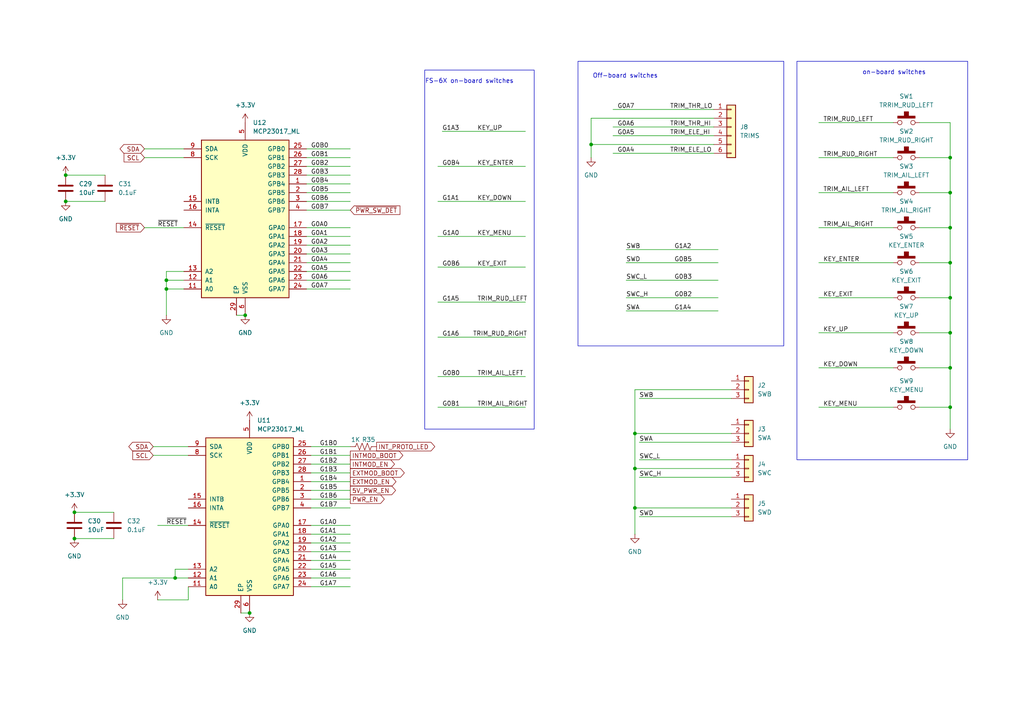
<source format=kicad_sch>
(kicad_sch
	(version 20250114)
	(generator "eeschema")
	(generator_version "9.0")
	(uuid "7913f3b0-07f7-48cf-ba54-35c47cec239d")
	(paper "A4")
	(lib_symbols
		(symbol "0my_project:Tactile_Switch_4P"
			(pin_numbers
				(hide yes)
			)
			(pin_names
				(offset 0)
				(hide yes)
			)
			(exclude_from_sim no)
			(in_bom yes)
			(on_board yes)
			(property "Reference" "SW"
				(at 3.175 3.81 0)
				(effects
					(font
						(size 1.27 1.27)
					)
				)
			)
			(property "Value" "Tactile_Switch_4P"
				(at 0 -2.54 0)
				(effects
					(font
						(size 1.27 1.27)
					)
				)
			)
			(property "Footprint" ""
				(at 0 0 0)
				(effects
					(font
						(size 1.27 1.27)
					)
					(hide yes)
				)
			)
			(property "Datasheet" ""
				(at 0 0 0)
				(effects
					(font
						(size 1.27 1.27)
					)
					(hide yes)
				)
			)
			(property "Description" "Tactile switch"
				(at 0 0 0)
				(effects
					(font
						(size 1.27 1.27)
					)
					(hide yes)
				)
			)
			(property "ki_keywords" "push switch"
				(at 0 0 0)
				(effects
					(font
						(size 1.27 1.27)
					)
					(hide yes)
				)
			)
			(property "ki_fp_filters" "TS-06104 SKRPAxE010"
				(at 0 0 0)
				(effects
					(font
						(size 1.27 1.27)
					)
					(hide yes)
				)
			)
			(symbol "Tactile_Switch_4P_0_1"
				(rectangle
					(start -2.54 1.27)
					(end 2.54 1.905)
					(stroke
						(width 0)
						(type default)
					)
					(fill
						(type outline)
					)
				)
				(circle
					(center -1.905 0)
					(radius 0.635)
					(stroke
						(width 0)
						(type default)
					)
					(fill
						(type none)
					)
				)
				(rectangle
					(start -0.635 1.905)
					(end 0.635 3.175)
					(stroke
						(width 0)
						(type default)
					)
					(fill
						(type outline)
					)
				)
				(circle
					(center 1.905 0)
					(radius 0.635)
					(stroke
						(width 0)
						(type default)
					)
					(fill
						(type none)
					)
				)
			)
			(symbol "Tactile_Switch_4P_1_1"
				(pin passive line
					(at -3.81 0 0)
					(length 1.27)
					(name "A"
						(effects
							(font
								(size 1.27 1.27)
							)
						)
					)
					(number "1"
						(effects
							(font
								(size 1.27 1.27)
							)
						)
					)
				)
				(pin passive line
					(at -3.81 0 0)
					(length 1.27)
					(hide yes)
					(name "B"
						(effects
							(font
								(size 1.27 1.27)
							)
						)
					)
					(number "2"
						(effects
							(font
								(size 1.27 1.27)
							)
						)
					)
				)
				(pin passive line
					(at 3.81 0 180)
					(length 1.27)
					(name "C"
						(effects
							(font
								(size 1.27 1.27)
							)
						)
					)
					(number "3"
						(effects
							(font
								(size 1.27 1.27)
							)
						)
					)
				)
				(pin passive line
					(at 3.81 0 180)
					(length 1.27)
					(hide yes)
					(name "D"
						(effects
							(font
								(size 1.27 1.27)
							)
						)
					)
					(number "4"
						(effects
							(font
								(size 1.27 1.27)
							)
						)
					)
				)
			)
			(embedded_fonts no)
		)
		(symbol "Connector_Generic:Conn_01x03"
			(pin_names
				(offset 1.016)
				(hide yes)
			)
			(exclude_from_sim no)
			(in_bom yes)
			(on_board yes)
			(property "Reference" "J"
				(at 0 5.08 0)
				(effects
					(font
						(size 1.27 1.27)
					)
				)
			)
			(property "Value" "Conn_01x03"
				(at 0 -5.08 0)
				(effects
					(font
						(size 1.27 1.27)
					)
				)
			)
			(property "Footprint" ""
				(at 0 0 0)
				(effects
					(font
						(size 1.27 1.27)
					)
					(hide yes)
				)
			)
			(property "Datasheet" "~"
				(at 0 0 0)
				(effects
					(font
						(size 1.27 1.27)
					)
					(hide yes)
				)
			)
			(property "Description" "Generic connector, single row, 01x03, script generated (kicad-library-utils/schlib/autogen/connector/)"
				(at 0 0 0)
				(effects
					(font
						(size 1.27 1.27)
					)
					(hide yes)
				)
			)
			(property "ki_keywords" "connector"
				(at 0 0 0)
				(effects
					(font
						(size 1.27 1.27)
					)
					(hide yes)
				)
			)
			(property "ki_fp_filters" "Connector*:*_1x??_*"
				(at 0 0 0)
				(effects
					(font
						(size 1.27 1.27)
					)
					(hide yes)
				)
			)
			(symbol "Conn_01x03_1_1"
				(rectangle
					(start -1.27 3.81)
					(end 1.27 -3.81)
					(stroke
						(width 0.254)
						(type default)
					)
					(fill
						(type background)
					)
				)
				(rectangle
					(start -1.27 2.667)
					(end 0 2.413)
					(stroke
						(width 0.1524)
						(type default)
					)
					(fill
						(type none)
					)
				)
				(rectangle
					(start -1.27 0.127)
					(end 0 -0.127)
					(stroke
						(width 0.1524)
						(type default)
					)
					(fill
						(type none)
					)
				)
				(rectangle
					(start -1.27 -2.413)
					(end 0 -2.667)
					(stroke
						(width 0.1524)
						(type default)
					)
					(fill
						(type none)
					)
				)
				(pin passive line
					(at -5.08 2.54 0)
					(length 3.81)
					(name "Pin_1"
						(effects
							(font
								(size 1.27 1.27)
							)
						)
					)
					(number "1"
						(effects
							(font
								(size 1.27 1.27)
							)
						)
					)
				)
				(pin passive line
					(at -5.08 0 0)
					(length 3.81)
					(name "Pin_2"
						(effects
							(font
								(size 1.27 1.27)
							)
						)
					)
					(number "2"
						(effects
							(font
								(size 1.27 1.27)
							)
						)
					)
				)
				(pin passive line
					(at -5.08 -2.54 0)
					(length 3.81)
					(name "Pin_3"
						(effects
							(font
								(size 1.27 1.27)
							)
						)
					)
					(number "3"
						(effects
							(font
								(size 1.27 1.27)
							)
						)
					)
				)
			)
			(embedded_fonts no)
		)
		(symbol "Connector_Generic:Conn_01x06"
			(pin_names
				(offset 1.016)
				(hide yes)
			)
			(exclude_from_sim no)
			(in_bom yes)
			(on_board yes)
			(property "Reference" "J"
				(at 0 7.62 0)
				(effects
					(font
						(size 1.27 1.27)
					)
				)
			)
			(property "Value" "Conn_01x06"
				(at 0 -10.16 0)
				(effects
					(font
						(size 1.27 1.27)
					)
				)
			)
			(property "Footprint" ""
				(at 0 0 0)
				(effects
					(font
						(size 1.27 1.27)
					)
					(hide yes)
				)
			)
			(property "Datasheet" "~"
				(at 0 0 0)
				(effects
					(font
						(size 1.27 1.27)
					)
					(hide yes)
				)
			)
			(property "Description" "Generic connector, single row, 01x06, script generated (kicad-library-utils/schlib/autogen/connector/)"
				(at 0 0 0)
				(effects
					(font
						(size 1.27 1.27)
					)
					(hide yes)
				)
			)
			(property "ki_keywords" "connector"
				(at 0 0 0)
				(effects
					(font
						(size 1.27 1.27)
					)
					(hide yes)
				)
			)
			(property "ki_fp_filters" "Connector*:*_1x??_*"
				(at 0 0 0)
				(effects
					(font
						(size 1.27 1.27)
					)
					(hide yes)
				)
			)
			(symbol "Conn_01x06_1_1"
				(rectangle
					(start -1.27 6.35)
					(end 1.27 -8.89)
					(stroke
						(width 0.254)
						(type default)
					)
					(fill
						(type background)
					)
				)
				(rectangle
					(start -1.27 5.207)
					(end 0 4.953)
					(stroke
						(width 0.1524)
						(type default)
					)
					(fill
						(type none)
					)
				)
				(rectangle
					(start -1.27 2.667)
					(end 0 2.413)
					(stroke
						(width 0.1524)
						(type default)
					)
					(fill
						(type none)
					)
				)
				(rectangle
					(start -1.27 0.127)
					(end 0 -0.127)
					(stroke
						(width 0.1524)
						(type default)
					)
					(fill
						(type none)
					)
				)
				(rectangle
					(start -1.27 -2.413)
					(end 0 -2.667)
					(stroke
						(width 0.1524)
						(type default)
					)
					(fill
						(type none)
					)
				)
				(rectangle
					(start -1.27 -4.953)
					(end 0 -5.207)
					(stroke
						(width 0.1524)
						(type default)
					)
					(fill
						(type none)
					)
				)
				(rectangle
					(start -1.27 -7.493)
					(end 0 -7.747)
					(stroke
						(width 0.1524)
						(type default)
					)
					(fill
						(type none)
					)
				)
				(pin passive line
					(at -5.08 5.08 0)
					(length 3.81)
					(name "Pin_1"
						(effects
							(font
								(size 1.27 1.27)
							)
						)
					)
					(number "1"
						(effects
							(font
								(size 1.27 1.27)
							)
						)
					)
				)
				(pin passive line
					(at -5.08 2.54 0)
					(length 3.81)
					(name "Pin_2"
						(effects
							(font
								(size 1.27 1.27)
							)
						)
					)
					(number "2"
						(effects
							(font
								(size 1.27 1.27)
							)
						)
					)
				)
				(pin passive line
					(at -5.08 0 0)
					(length 3.81)
					(name "Pin_3"
						(effects
							(font
								(size 1.27 1.27)
							)
						)
					)
					(number "3"
						(effects
							(font
								(size 1.27 1.27)
							)
						)
					)
				)
				(pin passive line
					(at -5.08 -2.54 0)
					(length 3.81)
					(name "Pin_4"
						(effects
							(font
								(size 1.27 1.27)
							)
						)
					)
					(number "4"
						(effects
							(font
								(size 1.27 1.27)
							)
						)
					)
				)
				(pin passive line
					(at -5.08 -5.08 0)
					(length 3.81)
					(name "Pin_5"
						(effects
							(font
								(size 1.27 1.27)
							)
						)
					)
					(number "5"
						(effects
							(font
								(size 1.27 1.27)
							)
						)
					)
				)
				(pin passive line
					(at -5.08 -7.62 0)
					(length 3.81)
					(name "Pin_6"
						(effects
							(font
								(size 1.27 1.27)
							)
						)
					)
					(number "6"
						(effects
							(font
								(size 1.27 1.27)
							)
						)
					)
				)
			)
			(embedded_fonts no)
		)
		(symbol "Device:C"
			(pin_numbers
				(hide yes)
			)
			(pin_names
				(offset 0.254)
			)
			(exclude_from_sim no)
			(in_bom yes)
			(on_board yes)
			(property "Reference" "C"
				(at 0.635 2.54 0)
				(effects
					(font
						(size 1.27 1.27)
					)
					(justify left)
				)
			)
			(property "Value" "C"
				(at 0.635 -2.54 0)
				(effects
					(font
						(size 1.27 1.27)
					)
					(justify left)
				)
			)
			(property "Footprint" ""
				(at 0.9652 -3.81 0)
				(effects
					(font
						(size 1.27 1.27)
					)
					(hide yes)
				)
			)
			(property "Datasheet" "~"
				(at 0 0 0)
				(effects
					(font
						(size 1.27 1.27)
					)
					(hide yes)
				)
			)
			(property "Description" "Unpolarized capacitor"
				(at 0 0 0)
				(effects
					(font
						(size 1.27 1.27)
					)
					(hide yes)
				)
			)
			(property "ki_keywords" "cap capacitor"
				(at 0 0 0)
				(effects
					(font
						(size 1.27 1.27)
					)
					(hide yes)
				)
			)
			(property "ki_fp_filters" "C_*"
				(at 0 0 0)
				(effects
					(font
						(size 1.27 1.27)
					)
					(hide yes)
				)
			)
			(symbol "C_0_1"
				(polyline
					(pts
						(xy -2.032 0.762) (xy 2.032 0.762)
					)
					(stroke
						(width 0.508)
						(type default)
					)
					(fill
						(type none)
					)
				)
				(polyline
					(pts
						(xy -2.032 -0.762) (xy 2.032 -0.762)
					)
					(stroke
						(width 0.508)
						(type default)
					)
					(fill
						(type none)
					)
				)
			)
			(symbol "C_1_1"
				(pin passive line
					(at 0 3.81 270)
					(length 2.794)
					(name "~"
						(effects
							(font
								(size 1.27 1.27)
							)
						)
					)
					(number "1"
						(effects
							(font
								(size 1.27 1.27)
							)
						)
					)
				)
				(pin passive line
					(at 0 -3.81 90)
					(length 2.794)
					(name "~"
						(effects
							(font
								(size 1.27 1.27)
							)
						)
					)
					(number "2"
						(effects
							(font
								(size 1.27 1.27)
							)
						)
					)
				)
			)
			(embedded_fonts no)
		)
		(symbol "Device:R_US"
			(pin_numbers
				(hide yes)
			)
			(pin_names
				(offset 0)
			)
			(exclude_from_sim no)
			(in_bom yes)
			(on_board yes)
			(property "Reference" "R"
				(at 2.54 0 90)
				(effects
					(font
						(size 1.27 1.27)
					)
				)
			)
			(property "Value" "R_US"
				(at -2.54 0 90)
				(effects
					(font
						(size 1.27 1.27)
					)
				)
			)
			(property "Footprint" ""
				(at 1.016 -0.254 90)
				(effects
					(font
						(size 1.27 1.27)
					)
					(hide yes)
				)
			)
			(property "Datasheet" "~"
				(at 0 0 0)
				(effects
					(font
						(size 1.27 1.27)
					)
					(hide yes)
				)
			)
			(property "Description" "Resistor, US symbol"
				(at 0 0 0)
				(effects
					(font
						(size 1.27 1.27)
					)
					(hide yes)
				)
			)
			(property "ki_keywords" "R res resistor"
				(at 0 0 0)
				(effects
					(font
						(size 1.27 1.27)
					)
					(hide yes)
				)
			)
			(property "ki_fp_filters" "R_*"
				(at 0 0 0)
				(effects
					(font
						(size 1.27 1.27)
					)
					(hide yes)
				)
			)
			(symbol "R_US_0_1"
				(polyline
					(pts
						(xy 0 2.286) (xy 0 2.54)
					)
					(stroke
						(width 0)
						(type default)
					)
					(fill
						(type none)
					)
				)
				(polyline
					(pts
						(xy 0 2.286) (xy 1.016 1.905) (xy 0 1.524) (xy -1.016 1.143) (xy 0 0.762)
					)
					(stroke
						(width 0)
						(type default)
					)
					(fill
						(type none)
					)
				)
				(polyline
					(pts
						(xy 0 0.762) (xy 1.016 0.381) (xy 0 0) (xy -1.016 -0.381) (xy 0 -0.762)
					)
					(stroke
						(width 0)
						(type default)
					)
					(fill
						(type none)
					)
				)
				(polyline
					(pts
						(xy 0 -0.762) (xy 1.016 -1.143) (xy 0 -1.524) (xy -1.016 -1.905) (xy 0 -2.286)
					)
					(stroke
						(width 0)
						(type default)
					)
					(fill
						(type none)
					)
				)
				(polyline
					(pts
						(xy 0 -2.286) (xy 0 -2.54)
					)
					(stroke
						(width 0)
						(type default)
					)
					(fill
						(type none)
					)
				)
			)
			(symbol "R_US_1_1"
				(pin passive line
					(at 0 3.81 270)
					(length 1.27)
					(name "~"
						(effects
							(font
								(size 1.27 1.27)
							)
						)
					)
					(number "1"
						(effects
							(font
								(size 1.27 1.27)
							)
						)
					)
				)
				(pin passive line
					(at 0 -3.81 90)
					(length 1.27)
					(name "~"
						(effects
							(font
								(size 1.27 1.27)
							)
						)
					)
					(number "2"
						(effects
							(font
								(size 1.27 1.27)
							)
						)
					)
				)
			)
			(embedded_fonts no)
		)
		(symbol "Interface_Expansion:MCP23017_ML"
			(pin_names
				(offset 1.016)
			)
			(exclude_from_sim no)
			(in_bom yes)
			(on_board yes)
			(property "Reference" "U"
				(at -11.43 24.13 0)
				(effects
					(font
						(size 1.27 1.27)
					)
				)
			)
			(property "Value" "MCP23017_ML"
				(at 0 0 0)
				(effects
					(font
						(size 1.27 1.27)
					)
				)
			)
			(property "Footprint" "Package_DFN_QFN:QFN-28-1EP_6x6mm_P0.65mm_EP4.25x4.25mm"
				(at 5.08 -25.4 0)
				(effects
					(font
						(size 1.27 1.27)
					)
					(justify left)
					(hide yes)
				)
			)
			(property "Datasheet" "http://ww1.microchip.com/downloads/en/DeviceDoc/20001952C.pdf"
				(at 5.08 -27.94 0)
				(effects
					(font
						(size 1.27 1.27)
					)
					(justify left)
					(hide yes)
				)
			)
			(property "Description" "16-bit I/O expander, I2C, interrupts, w pull-ups, QFN-28"
				(at 0 0 0)
				(effects
					(font
						(size 1.27 1.27)
					)
					(hide yes)
				)
			)
			(property "ki_keywords" "I2C parallel port expander"
				(at 0 0 0)
				(effects
					(font
						(size 1.27 1.27)
					)
					(hide yes)
				)
			)
			(property "ki_fp_filters" "QFN*6x6mm*P0.65mm*"
				(at 0 0 0)
				(effects
					(font
						(size 1.27 1.27)
					)
					(hide yes)
				)
			)
			(symbol "MCP23017_ML_0_1"
				(rectangle
					(start -12.7 22.86)
					(end 12.7 -22.86)
					(stroke
						(width 0.254)
						(type default)
					)
					(fill
						(type background)
					)
				)
			)
			(symbol "MCP23017_ML_1_1"
				(pin bidirectional line
					(at -17.78 20.32 0)
					(length 5.08)
					(name "SDA"
						(effects
							(font
								(size 1.27 1.27)
							)
						)
					)
					(number "9"
						(effects
							(font
								(size 1.27 1.27)
							)
						)
					)
				)
				(pin input line
					(at -17.78 17.78 0)
					(length 5.08)
					(name "SCK"
						(effects
							(font
								(size 1.27 1.27)
							)
						)
					)
					(number "8"
						(effects
							(font
								(size 1.27 1.27)
							)
						)
					)
				)
				(pin tri_state line
					(at -17.78 5.08 0)
					(length 5.08)
					(name "INTB"
						(effects
							(font
								(size 1.27 1.27)
							)
						)
					)
					(number "15"
						(effects
							(font
								(size 1.27 1.27)
							)
						)
					)
				)
				(pin tri_state line
					(at -17.78 2.54 0)
					(length 5.08)
					(name "INTA"
						(effects
							(font
								(size 1.27 1.27)
							)
						)
					)
					(number "16"
						(effects
							(font
								(size 1.27 1.27)
							)
						)
					)
				)
				(pin input line
					(at -17.78 -2.54 0)
					(length 5.08)
					(name "~{RESET}"
						(effects
							(font
								(size 1.27 1.27)
							)
						)
					)
					(number "14"
						(effects
							(font
								(size 1.27 1.27)
							)
						)
					)
				)
				(pin input line
					(at -17.78 -15.24 0)
					(length 5.08)
					(name "A2"
						(effects
							(font
								(size 1.27 1.27)
							)
						)
					)
					(number "13"
						(effects
							(font
								(size 1.27 1.27)
							)
						)
					)
				)
				(pin input line
					(at -17.78 -17.78 0)
					(length 5.08)
					(name "A1"
						(effects
							(font
								(size 1.27 1.27)
							)
						)
					)
					(number "12"
						(effects
							(font
								(size 1.27 1.27)
							)
						)
					)
				)
				(pin input line
					(at -17.78 -20.32 0)
					(length 5.08)
					(name "A0"
						(effects
							(font
								(size 1.27 1.27)
							)
						)
					)
					(number "11"
						(effects
							(font
								(size 1.27 1.27)
							)
						)
					)
				)
				(pin no_connect line
					(at -12.7 15.24 0)
					(length 5.08)
					(hide yes)
					(name "NC"
						(effects
							(font
								(size 1.27 1.27)
							)
						)
					)
					(number "7"
						(effects
							(font
								(size 1.27 1.27)
							)
						)
					)
				)
				(pin no_connect line
					(at -12.7 12.7 0)
					(length 5.08)
					(hide yes)
					(name "NC"
						(effects
							(font
								(size 1.27 1.27)
							)
						)
					)
					(number "10"
						(effects
							(font
								(size 1.27 1.27)
							)
						)
					)
				)
				(pin passive line
					(at -2.54 -27.94 90)
					(length 5.08)
					(name "EP"
						(effects
							(font
								(size 1.27 1.27)
							)
						)
					)
					(number "29"
						(effects
							(font
								(size 1.27 1.27)
							)
						)
					)
				)
				(pin power_in line
					(at 0 27.94 270)
					(length 5.08)
					(name "VDD"
						(effects
							(font
								(size 1.27 1.27)
							)
						)
					)
					(number "5"
						(effects
							(font
								(size 1.27 1.27)
							)
						)
					)
				)
				(pin power_in line
					(at 0 -27.94 90)
					(length 5.08)
					(name "VSS"
						(effects
							(font
								(size 1.27 1.27)
							)
						)
					)
					(number "6"
						(effects
							(font
								(size 1.27 1.27)
							)
						)
					)
				)
				(pin bidirectional line
					(at 17.78 20.32 180)
					(length 5.08)
					(name "GPB0"
						(effects
							(font
								(size 1.27 1.27)
							)
						)
					)
					(number "25"
						(effects
							(font
								(size 1.27 1.27)
							)
						)
					)
				)
				(pin bidirectional line
					(at 17.78 17.78 180)
					(length 5.08)
					(name "GPB1"
						(effects
							(font
								(size 1.27 1.27)
							)
						)
					)
					(number "26"
						(effects
							(font
								(size 1.27 1.27)
							)
						)
					)
				)
				(pin bidirectional line
					(at 17.78 15.24 180)
					(length 5.08)
					(name "GPB2"
						(effects
							(font
								(size 1.27 1.27)
							)
						)
					)
					(number "27"
						(effects
							(font
								(size 1.27 1.27)
							)
						)
					)
				)
				(pin bidirectional line
					(at 17.78 12.7 180)
					(length 5.08)
					(name "GPB3"
						(effects
							(font
								(size 1.27 1.27)
							)
						)
					)
					(number "28"
						(effects
							(font
								(size 1.27 1.27)
							)
						)
					)
				)
				(pin bidirectional line
					(at 17.78 10.16 180)
					(length 5.08)
					(name "GPB4"
						(effects
							(font
								(size 1.27 1.27)
							)
						)
					)
					(number "1"
						(effects
							(font
								(size 1.27 1.27)
							)
						)
					)
				)
				(pin bidirectional line
					(at 17.78 7.62 180)
					(length 5.08)
					(name "GPB5"
						(effects
							(font
								(size 1.27 1.27)
							)
						)
					)
					(number "2"
						(effects
							(font
								(size 1.27 1.27)
							)
						)
					)
				)
				(pin bidirectional line
					(at 17.78 5.08 180)
					(length 5.08)
					(name "GPB6"
						(effects
							(font
								(size 1.27 1.27)
							)
						)
					)
					(number "3"
						(effects
							(font
								(size 1.27 1.27)
							)
						)
					)
				)
				(pin bidirectional line
					(at 17.78 2.54 180)
					(length 5.08)
					(name "GPB7"
						(effects
							(font
								(size 1.27 1.27)
							)
						)
					)
					(number "4"
						(effects
							(font
								(size 1.27 1.27)
							)
						)
					)
				)
				(pin bidirectional line
					(at 17.78 -2.54 180)
					(length 5.08)
					(name "GPA0"
						(effects
							(font
								(size 1.27 1.27)
							)
						)
					)
					(number "17"
						(effects
							(font
								(size 1.27 1.27)
							)
						)
					)
				)
				(pin bidirectional line
					(at 17.78 -5.08 180)
					(length 5.08)
					(name "GPA1"
						(effects
							(font
								(size 1.27 1.27)
							)
						)
					)
					(number "18"
						(effects
							(font
								(size 1.27 1.27)
							)
						)
					)
				)
				(pin bidirectional line
					(at 17.78 -7.62 180)
					(length 5.08)
					(name "GPA2"
						(effects
							(font
								(size 1.27 1.27)
							)
						)
					)
					(number "19"
						(effects
							(font
								(size 1.27 1.27)
							)
						)
					)
				)
				(pin bidirectional line
					(at 17.78 -10.16 180)
					(length 5.08)
					(name "GPA3"
						(effects
							(font
								(size 1.27 1.27)
							)
						)
					)
					(number "20"
						(effects
							(font
								(size 1.27 1.27)
							)
						)
					)
				)
				(pin bidirectional line
					(at 17.78 -12.7 180)
					(length 5.08)
					(name "GPA4"
						(effects
							(font
								(size 1.27 1.27)
							)
						)
					)
					(number "21"
						(effects
							(font
								(size 1.27 1.27)
							)
						)
					)
				)
				(pin bidirectional line
					(at 17.78 -15.24 180)
					(length 5.08)
					(name "GPA5"
						(effects
							(font
								(size 1.27 1.27)
							)
						)
					)
					(number "22"
						(effects
							(font
								(size 1.27 1.27)
							)
						)
					)
				)
				(pin bidirectional line
					(at 17.78 -17.78 180)
					(length 5.08)
					(name "GPA6"
						(effects
							(font
								(size 1.27 1.27)
							)
						)
					)
					(number "23"
						(effects
							(font
								(size 1.27 1.27)
							)
						)
					)
				)
				(pin bidirectional line
					(at 17.78 -20.32 180)
					(length 5.08)
					(name "GPA7"
						(effects
							(font
								(size 1.27 1.27)
							)
						)
					)
					(number "24"
						(effects
							(font
								(size 1.27 1.27)
							)
						)
					)
				)
			)
			(embedded_fonts no)
		)
		(symbol "power:+3.3V"
			(power)
			(pin_numbers
				(hide yes)
			)
			(pin_names
				(offset 0)
				(hide yes)
			)
			(exclude_from_sim no)
			(in_bom yes)
			(on_board yes)
			(property "Reference" "#PWR"
				(at 0 -3.81 0)
				(effects
					(font
						(size 1.27 1.27)
					)
					(hide yes)
				)
			)
			(property "Value" "+3.3V"
				(at 0 3.556 0)
				(effects
					(font
						(size 1.27 1.27)
					)
				)
			)
			(property "Footprint" ""
				(at 0 0 0)
				(effects
					(font
						(size 1.27 1.27)
					)
					(hide yes)
				)
			)
			(property "Datasheet" ""
				(at 0 0 0)
				(effects
					(font
						(size 1.27 1.27)
					)
					(hide yes)
				)
			)
			(property "Description" "Power symbol creates a global label with name \"+3.3V\""
				(at 0 0 0)
				(effects
					(font
						(size 1.27 1.27)
					)
					(hide yes)
				)
			)
			(property "ki_keywords" "global power"
				(at 0 0 0)
				(effects
					(font
						(size 1.27 1.27)
					)
					(hide yes)
				)
			)
			(symbol "+3.3V_0_1"
				(polyline
					(pts
						(xy -0.762 1.27) (xy 0 2.54)
					)
					(stroke
						(width 0)
						(type default)
					)
					(fill
						(type none)
					)
				)
				(polyline
					(pts
						(xy 0 2.54) (xy 0.762 1.27)
					)
					(stroke
						(width 0)
						(type default)
					)
					(fill
						(type none)
					)
				)
				(polyline
					(pts
						(xy 0 0) (xy 0 2.54)
					)
					(stroke
						(width 0)
						(type default)
					)
					(fill
						(type none)
					)
				)
			)
			(symbol "+3.3V_1_1"
				(pin power_in line
					(at 0 0 90)
					(length 0)
					(name "~"
						(effects
							(font
								(size 1.27 1.27)
							)
						)
					)
					(number "1"
						(effects
							(font
								(size 1.27 1.27)
							)
						)
					)
				)
			)
			(embedded_fonts no)
		)
		(symbol "power:GND"
			(power)
			(pin_numbers
				(hide yes)
			)
			(pin_names
				(offset 0)
				(hide yes)
			)
			(exclude_from_sim no)
			(in_bom yes)
			(on_board yes)
			(property "Reference" "#PWR"
				(at 0 -6.35 0)
				(effects
					(font
						(size 1.27 1.27)
					)
					(hide yes)
				)
			)
			(property "Value" "GND"
				(at 0 -3.81 0)
				(effects
					(font
						(size 1.27 1.27)
					)
				)
			)
			(property "Footprint" ""
				(at 0 0 0)
				(effects
					(font
						(size 1.27 1.27)
					)
					(hide yes)
				)
			)
			(property "Datasheet" ""
				(at 0 0 0)
				(effects
					(font
						(size 1.27 1.27)
					)
					(hide yes)
				)
			)
			(property "Description" "Power symbol creates a global label with name \"GND\" , ground"
				(at 0 0 0)
				(effects
					(font
						(size 1.27 1.27)
					)
					(hide yes)
				)
			)
			(property "ki_keywords" "global power"
				(at 0 0 0)
				(effects
					(font
						(size 1.27 1.27)
					)
					(hide yes)
				)
			)
			(symbol "GND_0_1"
				(polyline
					(pts
						(xy 0 0) (xy 0 -1.27) (xy 1.27 -1.27) (xy 0 -2.54) (xy -1.27 -1.27) (xy 0 -1.27)
					)
					(stroke
						(width 0)
						(type default)
					)
					(fill
						(type none)
					)
				)
			)
			(symbol "GND_1_1"
				(pin power_in line
					(at 0 0 270)
					(length 0)
					(name "~"
						(effects
							(font
								(size 1.27 1.27)
							)
						)
					)
					(number "1"
						(effects
							(font
								(size 1.27 1.27)
							)
						)
					)
				)
			)
			(embedded_fonts no)
		)
	)
	(rectangle
		(start 123.19 20.32)
		(end 154.94 124.46)
		(stroke
			(width 0)
			(type default)
		)
		(fill
			(type none)
		)
		(uuid 0cd79666-01b5-4f99-814b-6981e91017ff)
	)
	(rectangle
		(start 231.14 17.78)
		(end 280.67 133.35)
		(stroke
			(width 0)
			(type default)
		)
		(fill
			(type none)
		)
		(uuid 24629f1e-b1d0-4e17-9c39-d5afd3cc8bff)
	)
	(rectangle
		(start 167.64 17.78)
		(end 227.33 100.33)
		(stroke
			(width 0)
			(type default)
		)
		(fill
			(type none)
		)
		(uuid 4c38cafb-02a1-41b1-a2bd-8b0c464e4479)
	)
	(text "Off-board switches"
		(exclude_from_sim no)
		(at 181.356 22.098 0)
		(effects
			(font
				(size 1.27 1.27)
			)
		)
		(uuid "008b45fb-79e1-4f8d-9f9b-758b61c9e758")
	)
	(text "on-board switches"
		(exclude_from_sim no)
		(at 259.334 21.082 0)
		(effects
			(font
				(size 1.27 1.27)
			)
		)
		(uuid "1aa2e1ba-5df9-42c1-9943-2f45e3110493")
	)
	(text "FS-6X on-board switches"
		(exclude_from_sim no)
		(at 136.144 23.622 0)
		(effects
			(font
				(size 1.27 1.27)
			)
		)
		(uuid "f6f0fd94-c7fa-4ac2-b0cb-e3247ee05ea8")
	)
	(junction
		(at 184.15 135.89)
		(diameter 0)
		(color 0 0 0 0)
		(uuid "2c9768ff-7d0e-4efe-a0c2-ec1e665f1f40")
	)
	(junction
		(at 21.59 156.21)
		(diameter 0)
		(color 0 0 0 0)
		(uuid "3cd91120-5beb-44b4-b23a-b7967e9882a5")
	)
	(junction
		(at 48.26 83.82)
		(diameter 0)
		(color 0 0 0 0)
		(uuid "47554f9e-6821-4c4d-9d42-7f03ff13ac7a")
	)
	(junction
		(at 171.45 41.91)
		(diameter 0)
		(color 0 0 0 0)
		(uuid "5b0e825b-2516-4bca-b2f6-626db11462c1")
	)
	(junction
		(at 21.59 148.59)
		(diameter 0)
		(color 0 0 0 0)
		(uuid "5e9d51af-9e3f-495d-9f03-6a43d5f99a6d")
	)
	(junction
		(at 50.8 167.64)
		(diameter 0)
		(color 0 0 0 0)
		(uuid "63076c8a-06a3-484e-a1d1-7b2d14fb4ead")
	)
	(junction
		(at 275.59 76.2)
		(diameter 0)
		(color 0 0 0 0)
		(uuid "66cbc11b-5d4c-48b2-8919-8cd0ead871a0")
	)
	(junction
		(at 275.59 106.68)
		(diameter 0)
		(color 0 0 0 0)
		(uuid "79a52182-1f2d-4ba9-a727-ac7a09c32ac9")
	)
	(junction
		(at 19.05 50.8)
		(diameter 0)
		(color 0 0 0 0)
		(uuid "7b359f5e-71c7-452b-9997-6c6edbf94134")
	)
	(junction
		(at 48.26 81.28)
		(diameter 0)
		(color 0 0 0 0)
		(uuid "7c40c8a9-df7d-4427-bb5d-95ac5be53a54")
	)
	(junction
		(at 275.59 86.36)
		(diameter 0)
		(color 0 0 0 0)
		(uuid "7f7b5e5c-bb98-437e-b5d8-b89d56f7344c")
	)
	(junction
		(at 71.12 91.44)
		(diameter 0)
		(color 0 0 0 0)
		(uuid "86e0d022-590f-49a8-8118-b06064cccbed")
	)
	(junction
		(at 275.59 118.11)
		(diameter 0)
		(color 0 0 0 0)
		(uuid "9913137b-9205-4a4e-9713-b6544138711f")
	)
	(junction
		(at 275.59 55.88)
		(diameter 0)
		(color 0 0 0 0)
		(uuid "99926573-ba11-4a8b-a5e7-a18901cc8567")
	)
	(junction
		(at 275.59 96.52)
		(diameter 0)
		(color 0 0 0 0)
		(uuid "a4b20074-5a5d-458e-9e2c-3978043399f0")
	)
	(junction
		(at 184.15 125.73)
		(diameter 0)
		(color 0 0 0 0)
		(uuid "a8ce2e13-2472-4759-8cac-be98bd723c85")
	)
	(junction
		(at 72.39 177.8)
		(diameter 0)
		(color 0 0 0 0)
		(uuid "b2729578-b80d-403e-801a-490d29f3fc4a")
	)
	(junction
		(at 19.05 58.42)
		(diameter 0)
		(color 0 0 0 0)
		(uuid "d825719e-a548-4c9b-b5ee-892cfce2237b")
	)
	(junction
		(at 275.59 45.72)
		(diameter 0)
		(color 0 0 0 0)
		(uuid "e947692d-c6c7-41d7-81d4-357335913c7e")
	)
	(junction
		(at 275.59 66.04)
		(diameter 0)
		(color 0 0 0 0)
		(uuid "ec36900a-f29c-4824-a345-7a89dbd925bb")
	)
	(junction
		(at 184.15 147.32)
		(diameter 0)
		(color 0 0 0 0)
		(uuid "fcfb50d2-8440-4eeb-a7e8-259ebc5d42d1")
	)
	(wire
		(pts
			(xy 128.27 38.1) (xy 152.4 38.1)
		)
		(stroke
			(width 0)
			(type default)
		)
		(uuid "06363da2-ea51-498e-90f2-be904a735bee")
	)
	(wire
		(pts
			(xy 41.91 45.72) (xy 53.34 45.72)
		)
		(stroke
			(width 0)
			(type default)
		)
		(uuid "075cc92b-939b-47d5-a610-96cde22550b3")
	)
	(wire
		(pts
			(xy 53.34 83.82) (xy 48.26 83.82)
		)
		(stroke
			(width 0)
			(type default)
		)
		(uuid "079bdb63-74d7-457a-afc9-47cb26cbf17c")
	)
	(wire
		(pts
			(xy 181.61 76.2) (xy 208.28 76.2)
		)
		(stroke
			(width 0)
			(type default)
		)
		(uuid "09215e95-5920-4f89-b775-13d579d6ff0f")
	)
	(wire
		(pts
			(xy 88.9 58.42) (xy 101.6 58.42)
		)
		(stroke
			(width 0)
			(type default)
		)
		(uuid "0a0af54a-e449-421c-b155-1561435e6dba")
	)
	(wire
		(pts
			(xy 184.15 113.03) (xy 184.15 125.73)
		)
		(stroke
			(width 0)
			(type default)
		)
		(uuid "0a5420db-f7b5-453d-b822-810d6560b700")
	)
	(wire
		(pts
			(xy 275.59 106.68) (xy 275.59 118.11)
		)
		(stroke
			(width 0)
			(type default)
		)
		(uuid "0afc09df-5d6d-4bb7-aaf7-55e23d48730a")
	)
	(wire
		(pts
			(xy 90.17 170.18) (xy 101.6 170.18)
		)
		(stroke
			(width 0)
			(type default)
		)
		(uuid "0f4de0a1-57a3-49ca-9b2f-5580854e2805")
	)
	(wire
		(pts
			(xy 48.26 81.28) (xy 48.26 78.74)
		)
		(stroke
			(width 0)
			(type default)
		)
		(uuid "1090ce81-32cc-4a8b-a65a-b00eeea4880d")
	)
	(wire
		(pts
			(xy 88.9 60.96) (xy 101.6 60.96)
		)
		(stroke
			(width 0)
			(type default)
		)
		(uuid "143a8904-92e4-448f-bb45-4c08bff47c3b")
	)
	(wire
		(pts
			(xy 237.49 76.2) (xy 259.08 76.2)
		)
		(stroke
			(width 0)
			(type default)
		)
		(uuid "1492da8c-414f-4e8c-ad77-d2ac5435fc4f")
	)
	(wire
		(pts
			(xy 44.45 132.08) (xy 54.61 132.08)
		)
		(stroke
			(width 0)
			(type default)
		)
		(uuid "15ac7dac-ecdc-4851-9bea-1d9ce1757d15")
	)
	(wire
		(pts
			(xy 181.61 72.39) (xy 208.28 72.39)
		)
		(stroke
			(width 0)
			(type default)
		)
		(uuid "15bf5eb4-9b52-48d2-a288-ab52279f1c0a")
	)
	(wire
		(pts
			(xy 90.17 157.48) (xy 101.6 157.48)
		)
		(stroke
			(width 0)
			(type default)
		)
		(uuid "161017c3-a327-4686-a6ca-0da1b2bf752b")
	)
	(wire
		(pts
			(xy 266.7 55.88) (xy 275.59 55.88)
		)
		(stroke
			(width 0)
			(type default)
		)
		(uuid "178a2737-efe5-4cc6-beb9-559907ee49fa")
	)
	(wire
		(pts
			(xy 275.59 118.11) (xy 275.59 124.46)
		)
		(stroke
			(width 0)
			(type default)
		)
		(uuid "18d0a559-ca74-4298-8606-fd17ceba8826")
	)
	(wire
		(pts
			(xy 171.45 34.29) (xy 207.01 34.29)
		)
		(stroke
			(width 0)
			(type default)
		)
		(uuid "1aa6e4bf-690d-46db-aed3-2497bbadcb76")
	)
	(wire
		(pts
			(xy 266.7 96.52) (xy 275.59 96.52)
		)
		(stroke
			(width 0)
			(type default)
		)
		(uuid "1d1c643a-e739-468c-a73e-a3d2cca23e4f")
	)
	(wire
		(pts
			(xy 237.49 106.68) (xy 259.08 106.68)
		)
		(stroke
			(width 0)
			(type default)
		)
		(uuid "239251ab-f356-4203-b4fc-17cbbfe48151")
	)
	(wire
		(pts
			(xy 181.61 81.28) (xy 208.28 81.28)
		)
		(stroke
			(width 0)
			(type default)
		)
		(uuid "2567dece-bb29-450a-84a3-75300d85356b")
	)
	(wire
		(pts
			(xy 185.42 115.57) (xy 212.09 115.57)
		)
		(stroke
			(width 0)
			(type default)
		)
		(uuid "26da1b37-6cb2-4b28-acd1-18da690d27a2")
	)
	(wire
		(pts
			(xy 266.7 76.2) (xy 275.59 76.2)
		)
		(stroke
			(width 0)
			(type default)
		)
		(uuid "2b9319dd-e0aa-4595-929a-e1a7cf75d02f")
	)
	(wire
		(pts
			(xy 88.9 78.74) (xy 101.6 78.74)
		)
		(stroke
			(width 0)
			(type default)
		)
		(uuid "2f41165a-3442-4c14-9cc8-8830e1e07911")
	)
	(wire
		(pts
			(xy 275.59 55.88) (xy 275.59 66.04)
		)
		(stroke
			(width 0)
			(type default)
		)
		(uuid "2fadb38b-44cb-4a49-9f68-e17b62f929f0")
	)
	(wire
		(pts
			(xy 184.15 125.73) (xy 184.15 135.89)
		)
		(stroke
			(width 0)
			(type default)
		)
		(uuid "3214e57e-6c11-43c5-8247-8bee99ab0b29")
	)
	(wire
		(pts
			(xy 275.59 35.56) (xy 275.59 45.72)
		)
		(stroke
			(width 0)
			(type default)
		)
		(uuid "35996d0b-5656-4ab0-aaea-da2aaffc5a26")
	)
	(wire
		(pts
			(xy 90.17 152.4) (xy 101.6 152.4)
		)
		(stroke
			(width 0)
			(type default)
		)
		(uuid "369f2c7b-8d62-47c3-b7f9-aa9c38c1785b")
	)
	(wire
		(pts
			(xy 69.85 177.8) (xy 72.39 177.8)
		)
		(stroke
			(width 0)
			(type default)
		)
		(uuid "3dd56aef-db10-4e0d-9f2f-730a11618a19")
	)
	(wire
		(pts
			(xy 44.45 129.54) (xy 54.61 129.54)
		)
		(stroke
			(width 0)
			(type default)
		)
		(uuid "3f284a6b-5a35-4d2b-b720-dd8c66d6f1d0")
	)
	(wire
		(pts
			(xy 237.49 55.88) (xy 259.08 55.88)
		)
		(stroke
			(width 0)
			(type default)
		)
		(uuid "410bb65e-9532-489a-ae60-de03a27be7d9")
	)
	(wire
		(pts
			(xy 19.05 58.42) (xy 30.48 58.42)
		)
		(stroke
			(width 0)
			(type default)
		)
		(uuid "4365fbc4-5b9a-46c5-8bf3-7f0e2424db5d")
	)
	(wire
		(pts
			(xy 275.59 45.72) (xy 275.59 55.88)
		)
		(stroke
			(width 0)
			(type default)
		)
		(uuid "43d60b21-17eb-4d60-a44c-dae3f7912ab9")
	)
	(wire
		(pts
			(xy 177.8 31.75) (xy 207.01 31.75)
		)
		(stroke
			(width 0)
			(type default)
		)
		(uuid "440d9e5f-b9e9-402c-b628-b64478f39169")
	)
	(wire
		(pts
			(xy 90.17 147.32) (xy 101.6 147.32)
		)
		(stroke
			(width 0)
			(type default)
		)
		(uuid "4538f36a-f13b-498e-83bf-38d5fe8875e7")
	)
	(wire
		(pts
			(xy 45.72 173.99) (xy 54.61 173.99)
		)
		(stroke
			(width 0)
			(type default)
		)
		(uuid "47566a87-c3e2-4848-a5cd-18818a96c8cf")
	)
	(wire
		(pts
			(xy 35.56 167.64) (xy 50.8 167.64)
		)
		(stroke
			(width 0)
			(type default)
		)
		(uuid "4aea6f47-74a5-4fd2-88d9-13641f9ee99d")
	)
	(wire
		(pts
			(xy 90.17 160.02) (xy 101.6 160.02)
		)
		(stroke
			(width 0)
			(type default)
		)
		(uuid "55202ee1-9200-4195-942c-fa628db16298")
	)
	(wire
		(pts
			(xy 127 58.42) (xy 152.4 58.42)
		)
		(stroke
			(width 0)
			(type default)
		)
		(uuid "5550126c-f99b-472b-b606-9709ce26b4da")
	)
	(wire
		(pts
			(xy 266.7 118.11) (xy 275.59 118.11)
		)
		(stroke
			(width 0)
			(type default)
		)
		(uuid "56a22dbe-d693-49b9-a026-e33e7b7301af")
	)
	(wire
		(pts
			(xy 127 87.63) (xy 152.4 87.63)
		)
		(stroke
			(width 0)
			(type default)
		)
		(uuid "56c35f7c-b478-4f1d-90c5-4a248a18e2f0")
	)
	(wire
		(pts
			(xy 127 118.11) (xy 152.4 118.11)
		)
		(stroke
			(width 0)
			(type default)
		)
		(uuid "58014a2a-1238-42f9-abb7-b78ad311bcd2")
	)
	(wire
		(pts
			(xy 54.61 173.99) (xy 54.61 170.18)
		)
		(stroke
			(width 0)
			(type default)
		)
		(uuid "59fabce7-5455-41e1-89cb-6215f97cac32")
	)
	(wire
		(pts
			(xy 185.42 128.27) (xy 212.09 128.27)
		)
		(stroke
			(width 0)
			(type default)
		)
		(uuid "5aeca02e-dacd-447e-aa4f-3951a9bcb498")
	)
	(wire
		(pts
			(xy 41.91 66.04) (xy 53.34 66.04)
		)
		(stroke
			(width 0)
			(type default)
		)
		(uuid "5b8f1460-045f-4ede-b80a-b852bf047ada")
	)
	(wire
		(pts
			(xy 45.72 152.4) (xy 54.61 152.4)
		)
		(stroke
			(width 0)
			(type default)
		)
		(uuid "5e6bcafe-8d93-4de5-bb81-49b1a241d456")
	)
	(wire
		(pts
			(xy 177.8 44.45) (xy 207.01 44.45)
		)
		(stroke
			(width 0)
			(type default)
		)
		(uuid "6255dd6e-c76d-49bd-8fc2-fbef1fd998a8")
	)
	(wire
		(pts
			(xy 171.45 34.29) (xy 171.45 41.91)
		)
		(stroke
			(width 0)
			(type default)
		)
		(uuid "62ec5c3a-c7e8-4be0-86e4-71c6e4bb838d")
	)
	(wire
		(pts
			(xy 275.59 66.04) (xy 275.59 76.2)
		)
		(stroke
			(width 0)
			(type default)
		)
		(uuid "632dd308-ad6a-4f2d-a4fd-2bf41f328020")
	)
	(wire
		(pts
			(xy 88.9 76.2) (xy 101.6 76.2)
		)
		(stroke
			(width 0)
			(type default)
		)
		(uuid "6a9ed5c2-4580-4a70-8821-7874d9633fc4")
	)
	(wire
		(pts
			(xy 171.45 41.91) (xy 207.01 41.91)
		)
		(stroke
			(width 0)
			(type default)
		)
		(uuid "6c80a028-27d8-4bd4-a107-d12b5a812419")
	)
	(wire
		(pts
			(xy 21.59 156.21) (xy 33.02 156.21)
		)
		(stroke
			(width 0)
			(type default)
		)
		(uuid "6d62ee62-da3c-43c3-92fe-b8020c5a5605")
	)
	(wire
		(pts
			(xy 90.17 165.1) (xy 101.6 165.1)
		)
		(stroke
			(width 0)
			(type default)
		)
		(uuid "7457a837-610d-4108-adbe-364bb46643d0")
	)
	(wire
		(pts
			(xy 21.59 148.59) (xy 33.02 148.59)
		)
		(stroke
			(width 0)
			(type default)
		)
		(uuid "790df206-fcb2-48aa-99ed-0439d6e12617")
	)
	(wire
		(pts
			(xy 88.9 68.58) (xy 101.6 68.58)
		)
		(stroke
			(width 0)
			(type default)
		)
		(uuid "79c433a2-80fa-4abf-a86c-1a667a7db5d7")
	)
	(wire
		(pts
			(xy 88.9 55.88) (xy 101.6 55.88)
		)
		(stroke
			(width 0)
			(type default)
		)
		(uuid "7b3ecaff-a4da-4380-833e-9845b146ffe1")
	)
	(wire
		(pts
			(xy 127 109.22) (xy 152.4 109.22)
		)
		(stroke
			(width 0)
			(type default)
		)
		(uuid "8023dcc4-63ed-486e-a61a-252cf8153043")
	)
	(wire
		(pts
			(xy 90.17 167.64) (xy 101.6 167.64)
		)
		(stroke
			(width 0)
			(type default)
		)
		(uuid "8138f344-4940-45de-a557-fc1cb01b5de2")
	)
	(wire
		(pts
			(xy 184.15 113.03) (xy 212.09 113.03)
		)
		(stroke
			(width 0)
			(type default)
		)
		(uuid "821f4248-089b-4c86-8452-3897314c58ea")
	)
	(wire
		(pts
			(xy 48.26 83.82) (xy 48.26 91.44)
		)
		(stroke
			(width 0)
			(type default)
		)
		(uuid "84ed0f43-fd17-4a12-b40a-d0324ef6e677")
	)
	(wire
		(pts
			(xy 90.17 139.7) (xy 101.6 139.7)
		)
		(stroke
			(width 0)
			(type default)
		)
		(uuid "88918a81-8f9e-42e4-9da2-850a73b3645b")
	)
	(wire
		(pts
			(xy 19.05 50.8) (xy 30.48 50.8)
		)
		(stroke
			(width 0)
			(type default)
		)
		(uuid "8b730e84-c97d-49ae-a97d-59a123affde1")
	)
	(wire
		(pts
			(xy 90.17 134.62) (xy 101.6 134.62)
		)
		(stroke
			(width 0)
			(type default)
		)
		(uuid "90eade02-65d8-44d1-afff-b81d5f1e8deb")
	)
	(wire
		(pts
			(xy 88.9 83.82) (xy 101.6 83.82)
		)
		(stroke
			(width 0)
			(type default)
		)
		(uuid "98315eed-d90c-4a72-8d0c-b64b8a58d331")
	)
	(wire
		(pts
			(xy 90.17 144.78) (xy 101.6 144.78)
		)
		(stroke
			(width 0)
			(type default)
		)
		(uuid "9a5c32cf-f941-422d-ab79-7041c40df258")
	)
	(wire
		(pts
			(xy 88.9 71.12) (xy 101.6 71.12)
		)
		(stroke
			(width 0)
			(type default)
		)
		(uuid "9d163d03-09c6-4f87-97cc-f477165dda91")
	)
	(wire
		(pts
			(xy 185.42 133.35) (xy 212.09 133.35)
		)
		(stroke
			(width 0)
			(type default)
		)
		(uuid "9fe92724-6cbd-49fe-a153-eed301b7963e")
	)
	(wire
		(pts
			(xy 88.9 66.04) (xy 101.6 66.04)
		)
		(stroke
			(width 0)
			(type default)
		)
		(uuid "a0286efa-b09d-4826-93c4-203a60677382")
	)
	(wire
		(pts
			(xy 90.17 129.54) (xy 101.6 129.54)
		)
		(stroke
			(width 0)
			(type default)
		)
		(uuid "a485c880-0db5-4342-927b-5b2025627c32")
	)
	(wire
		(pts
			(xy 88.9 53.34) (xy 101.6 53.34)
		)
		(stroke
			(width 0)
			(type default)
		)
		(uuid "a537d4c4-5564-4d10-9f3f-9fbf3ed2b6ec")
	)
	(wire
		(pts
			(xy 90.17 137.16) (xy 101.6 137.16)
		)
		(stroke
			(width 0)
			(type default)
		)
		(uuid "a88fec4f-b1e4-4453-ac63-957c039f5f10")
	)
	(wire
		(pts
			(xy 185.42 149.86) (xy 212.09 149.86)
		)
		(stroke
			(width 0)
			(type default)
		)
		(uuid "aab33c0f-0070-4438-a428-6800df85eb2c")
	)
	(wire
		(pts
			(xy 90.17 162.56) (xy 101.6 162.56)
		)
		(stroke
			(width 0)
			(type default)
		)
		(uuid "ab528d3a-360a-40e4-8ab0-36489473cd91")
	)
	(wire
		(pts
			(xy 88.9 50.8) (xy 101.6 50.8)
		)
		(stroke
			(width 0)
			(type default)
		)
		(uuid "ae1c1b60-8277-4a8d-b0af-afd699d47bd2")
	)
	(wire
		(pts
			(xy 237.49 118.11) (xy 259.08 118.11)
		)
		(stroke
			(width 0)
			(type default)
		)
		(uuid "b0548264-8c22-4fbb-9a21-ced6b0083930")
	)
	(wire
		(pts
			(xy 275.59 96.52) (xy 275.59 106.68)
		)
		(stroke
			(width 0)
			(type default)
		)
		(uuid "b0a78bf9-a037-444f-a902-a8a25d90cce1")
	)
	(wire
		(pts
			(xy 88.9 73.66) (xy 101.6 73.66)
		)
		(stroke
			(width 0)
			(type default)
		)
		(uuid "b37cfc82-0975-40df-9889-1ec8b5107a81")
	)
	(wire
		(pts
			(xy 184.15 154.94) (xy 184.15 147.32)
		)
		(stroke
			(width 0)
			(type default)
		)
		(uuid "b3bb5e23-7d57-4a19-8aac-6f32585bd193")
	)
	(wire
		(pts
			(xy 177.8 36.83) (xy 207.01 36.83)
		)
		(stroke
			(width 0)
			(type default)
		)
		(uuid "b4b37cd1-bfe4-4225-ae28-b7e23ae97a25")
	)
	(wire
		(pts
			(xy 88.9 48.26) (xy 101.6 48.26)
		)
		(stroke
			(width 0)
			(type default)
		)
		(uuid "b4c2f115-2696-45e9-b89e-a3e34e183677")
	)
	(wire
		(pts
			(xy 237.49 96.52) (xy 259.08 96.52)
		)
		(stroke
			(width 0)
			(type default)
		)
		(uuid "bc2dc91b-d6ec-46f9-9c84-1fac167d13ee")
	)
	(wire
		(pts
			(xy 68.58 91.44) (xy 71.12 91.44)
		)
		(stroke
			(width 0)
			(type default)
		)
		(uuid "c6661a44-ba36-4319-8107-68450ba50800")
	)
	(wire
		(pts
			(xy 177.8 39.37) (xy 207.01 39.37)
		)
		(stroke
			(width 0)
			(type default)
		)
		(uuid "c77525ca-c8d0-4bc9-b65c-40b528daeda3")
	)
	(wire
		(pts
			(xy 185.42 138.43) (xy 212.09 138.43)
		)
		(stroke
			(width 0)
			(type default)
		)
		(uuid "c91006e2-9ee5-4795-a7bf-dff2ae8e1aad")
	)
	(wire
		(pts
			(xy 48.26 78.74) (xy 53.34 78.74)
		)
		(stroke
			(width 0)
			(type default)
		)
		(uuid "cdf3941c-eb38-41b3-b208-573badf156d6")
	)
	(wire
		(pts
			(xy 181.61 90.17) (xy 208.28 90.17)
		)
		(stroke
			(width 0)
			(type default)
		)
		(uuid "ce3360d5-18a0-4063-9b32-c072c8e37475")
	)
	(wire
		(pts
			(xy 237.49 35.56) (xy 259.08 35.56)
		)
		(stroke
			(width 0)
			(type default)
		)
		(uuid "ceed5c22-9040-412a-924b-42b2e36e160a")
	)
	(wire
		(pts
			(xy 101.6 142.24) (xy 90.17 142.24)
		)
		(stroke
			(width 0)
			(type default)
		)
		(uuid "d275a01d-66dc-4163-9808-744dc9ee0166")
	)
	(wire
		(pts
			(xy 266.7 106.68) (xy 275.59 106.68)
		)
		(stroke
			(width 0)
			(type default)
		)
		(uuid "d3177ef8-0344-4599-8024-d752924ed880")
	)
	(wire
		(pts
			(xy 181.61 86.36) (xy 208.28 86.36)
		)
		(stroke
			(width 0)
			(type default)
		)
		(uuid "d3e2a815-83d7-4e78-a5d5-3c22d445b238")
	)
	(wire
		(pts
			(xy 266.7 66.04) (xy 275.59 66.04)
		)
		(stroke
			(width 0)
			(type default)
		)
		(uuid "d5942529-051a-4973-890a-cb79885ca8a6")
	)
	(wire
		(pts
			(xy 48.26 81.28) (xy 53.34 81.28)
		)
		(stroke
			(width 0)
			(type default)
		)
		(uuid "d6e9db6e-42a9-4835-87d6-adeb72067f45")
	)
	(wire
		(pts
			(xy 171.45 41.91) (xy 171.45 45.72)
		)
		(stroke
			(width 0)
			(type default)
		)
		(uuid "d77cc340-5e31-422e-a56e-c0b4996ee1fb")
	)
	(wire
		(pts
			(xy 35.56 167.64) (xy 35.56 173.99)
		)
		(stroke
			(width 0)
			(type default)
		)
		(uuid "d9139b97-58b0-4095-858d-1d94f2193d2f")
	)
	(wire
		(pts
			(xy 184.15 147.32) (xy 212.09 147.32)
		)
		(stroke
			(width 0)
			(type default)
		)
		(uuid "dacb9d1c-0c8e-4c65-8ff0-d895ac2f3f4b")
	)
	(wire
		(pts
			(xy 275.59 86.36) (xy 275.59 96.52)
		)
		(stroke
			(width 0)
			(type default)
		)
		(uuid "ddd2790a-00a3-4e5c-a52c-f7586be88dcf")
	)
	(wire
		(pts
			(xy 266.7 35.56) (xy 275.59 35.56)
		)
		(stroke
			(width 0)
			(type default)
		)
		(uuid "e1675468-6bc7-4abd-b54e-4a95bbb17373")
	)
	(wire
		(pts
			(xy 184.15 135.89) (xy 184.15 147.32)
		)
		(stroke
			(width 0)
			(type default)
		)
		(uuid "e42050f9-de20-4fe2-87d5-6d9deeed3a1a")
	)
	(wire
		(pts
			(xy 237.49 86.36) (xy 259.08 86.36)
		)
		(stroke
			(width 0)
			(type default)
		)
		(uuid "e42873af-d6d1-4927-b23c-bc2e26c6d177")
	)
	(wire
		(pts
			(xy 127 68.58) (xy 152.4 68.58)
		)
		(stroke
			(width 0)
			(type default)
		)
		(uuid "e4b07f05-5bf7-4947-a561-ffed49c363c0")
	)
	(wire
		(pts
			(xy 50.8 165.1) (xy 54.61 165.1)
		)
		(stroke
			(width 0)
			(type default)
		)
		(uuid "ea9a6ce8-c693-45ea-b3ba-fbf8c9714a2f")
	)
	(wire
		(pts
			(xy 90.17 154.94) (xy 101.6 154.94)
		)
		(stroke
			(width 0)
			(type default)
		)
		(uuid "ead7970e-2676-4c15-8cdd-88c58189f6c2")
	)
	(wire
		(pts
			(xy 127 97.79) (xy 152.4 97.79)
		)
		(stroke
			(width 0)
			(type default)
		)
		(uuid "eb360469-78fe-41ef-9307-7c06419cbeac")
	)
	(wire
		(pts
			(xy 88.9 45.72) (xy 101.6 45.72)
		)
		(stroke
			(width 0)
			(type default)
		)
		(uuid "ec12e8dc-da3d-4a02-acc7-38b05c72dc05")
	)
	(wire
		(pts
			(xy 88.9 43.18) (xy 101.6 43.18)
		)
		(stroke
			(width 0)
			(type default)
		)
		(uuid "ecae6619-1316-417b-bd0d-03ac0382140c")
	)
	(wire
		(pts
			(xy 90.17 132.08) (xy 101.6 132.08)
		)
		(stroke
			(width 0)
			(type default)
		)
		(uuid "ed888f9d-bb4d-4e82-a1a6-1e5ff469bd53")
	)
	(wire
		(pts
			(xy 127 48.26) (xy 152.4 48.26)
		)
		(stroke
			(width 0)
			(type default)
		)
		(uuid "f070e0f5-b3ad-46c5-8475-5359ef2c6d67")
	)
	(wire
		(pts
			(xy 184.15 135.89) (xy 212.09 135.89)
		)
		(stroke
			(width 0)
			(type default)
		)
		(uuid "f0e67803-62f9-4589-a94a-6050b6fcd087")
	)
	(wire
		(pts
			(xy 266.7 45.72) (xy 275.59 45.72)
		)
		(stroke
			(width 0)
			(type default)
		)
		(uuid "f21885d4-e22a-402b-bfdc-d5f6ce2974af")
	)
	(wire
		(pts
			(xy 237.49 66.04) (xy 259.08 66.04)
		)
		(stroke
			(width 0)
			(type default)
		)
		(uuid "f409ad4e-8359-48e1-a516-b86b59ae2b6a")
	)
	(wire
		(pts
			(xy 127 77.47) (xy 152.4 77.47)
		)
		(stroke
			(width 0)
			(type default)
		)
		(uuid "f47e9faf-d99b-4b40-87d3-3617f70d4ad2")
	)
	(wire
		(pts
			(xy 275.59 76.2) (xy 275.59 86.36)
		)
		(stroke
			(width 0)
			(type default)
		)
		(uuid "f52c0b25-b86c-429d-812e-347a3162b910")
	)
	(wire
		(pts
			(xy 88.9 81.28) (xy 101.6 81.28)
		)
		(stroke
			(width 0)
			(type default)
		)
		(uuid "f5bab434-095e-4350-b989-e17aed115442")
	)
	(wire
		(pts
			(xy 50.8 167.64) (xy 54.61 167.64)
		)
		(stroke
			(width 0)
			(type default)
		)
		(uuid "f6c5614a-2ffe-4d49-b934-4e9065472c4c")
	)
	(wire
		(pts
			(xy 184.15 125.73) (xy 212.09 125.73)
		)
		(stroke
			(width 0)
			(type default)
		)
		(uuid "fb017f5c-e17c-40f2-b821-44c57eb6e83b")
	)
	(wire
		(pts
			(xy 41.91 43.18) (xy 53.34 43.18)
		)
		(stroke
			(width 0)
			(type default)
		)
		(uuid "fb7b17e4-7804-42f2-8add-5c4b766313fe")
	)
	(wire
		(pts
			(xy 50.8 167.64) (xy 50.8 165.1)
		)
		(stroke
			(width 0)
			(type default)
		)
		(uuid "fce5200f-8d56-4514-81d3-ae41994e6d83")
	)
	(wire
		(pts
			(xy 266.7 86.36) (xy 275.59 86.36)
		)
		(stroke
			(width 0)
			(type default)
		)
		(uuid "fd268976-2111-4bdc-a9ee-8028a797fd19")
	)
	(wire
		(pts
			(xy 48.26 83.82) (xy 48.26 81.28)
		)
		(stroke
			(width 0)
			(type default)
		)
		(uuid "fe0e5700-821c-47f1-b5da-26b4ed53651e")
	)
	(wire
		(pts
			(xy 237.49 45.72) (xy 259.08 45.72)
		)
		(stroke
			(width 0)
			(type default)
		)
		(uuid "feaabd8f-3b6f-473d-907c-a2da40a24dd1")
	)
	(label "KEY_EXIT"
		(at 138.43 77.47 0)
		(effects
			(font
				(size 1.27 1.27)
			)
			(justify left bottom)
		)
		(uuid "07c5f4d8-40cf-4888-85a1-5873496653fb")
	)
	(label "G0B6"
		(at 90.17 58.42 0)
		(effects
			(font
				(size 1.27 1.27)
			)
			(justify left bottom)
		)
		(uuid "0a9641ed-3036-4afc-9841-89fac11922a6")
	)
	(label "SWB"
		(at 185.42 115.57 0)
		(effects
			(font
				(size 1.27 1.27)
			)
			(justify left bottom)
		)
		(uuid "0a978291-1bb2-40b2-81ff-573a6677b92d")
	)
	(label "G0A6"
		(at 90.17 81.28 0)
		(effects
			(font
				(size 1.27 1.27)
			)
			(justify left bottom)
		)
		(uuid "0be1689f-acbb-4a00-9201-65a63e3a2b88")
	)
	(label "G1A4"
		(at 195.58 90.17 0)
		(effects
			(font
				(size 1.27 1.27)
			)
			(justify left bottom)
		)
		(uuid "0edf6cec-71f6-40f1-8521-11b99fb5eb20")
	)
	(label "G0A7"
		(at 90.17 83.82 0)
		(effects
			(font
				(size 1.27 1.27)
			)
			(justify left bottom)
		)
		(uuid "1245153c-d95e-41d5-87ee-f944504155c0")
	)
	(label "G0B3"
		(at 90.17 50.8 0)
		(effects
			(font
				(size 1.27 1.27)
			)
			(justify left bottom)
		)
		(uuid "1c211034-39eb-4e9c-a064-2babfcdf34bf")
	)
	(label "G0B4"
		(at 128.27 48.26 0)
		(effects
			(font
				(size 1.27 1.27)
			)
			(justify left bottom)
		)
		(uuid "1d5d7649-f12a-4e96-8612-7315e6bfdd08")
	)
	(label "TRIM_AIL_RIGHT"
		(at 138.43 118.11 0)
		(effects
			(font
				(size 1.27 1.27)
			)
			(justify left bottom)
		)
		(uuid "1e0f0103-2c3a-4050-9b33-2b17f547f031")
	)
	(label "G0A5"
		(at 179.07 39.37 0)
		(effects
			(font
				(size 1.27 1.27)
			)
			(justify left bottom)
		)
		(uuid "20cb7749-c097-4f7b-be11-b1031167b8b7")
	)
	(label "G1A1"
		(at 92.71 154.94 0)
		(effects
			(font
				(size 1.27 1.27)
			)
			(justify left bottom)
		)
		(uuid "2146462c-c5b4-467e-96c0-133f9c96d07f")
	)
	(label "G0B0"
		(at 128.27 109.22 0)
		(effects
			(font
				(size 1.27 1.27)
			)
			(justify left bottom)
		)
		(uuid "230b7a97-ffc6-4559-a4e2-f679df24a410")
	)
	(label "KEY_EXIT"
		(at 238.76 86.36 0)
		(effects
			(font
				(size 1.27 1.27)
			)
			(justify left bottom)
		)
		(uuid "2d1c98a2-2d9a-42c7-9cf6-2dc67b7cc78a")
	)
	(label "G1B7"
		(at 92.71 147.32 0)
		(effects
			(font
				(size 1.27 1.27)
			)
			(justify left bottom)
		)
		(uuid "2f044890-22aa-4ec7-8208-d5eeb23ab03b")
	)
	(label "KEY_MENU"
		(at 138.43 68.58 0)
		(effects
			(font
				(size 1.27 1.27)
			)
			(justify left bottom)
		)
		(uuid "3099a836-f6c0-46c3-8563-5ef7d47e06c9")
	)
	(label "G0B1"
		(at 90.17 45.72 0)
		(effects
			(font
				(size 1.27 1.27)
			)
			(justify left bottom)
		)
		(uuid "3336ad07-2423-46ce-aa2e-d94f96046a21")
	)
	(label "SWA"
		(at 185.42 128.27 0)
		(effects
			(font
				(size 1.27 1.27)
			)
			(justify left bottom)
		)
		(uuid "33acb93e-102e-4162-ad09-e1b284cc10fa")
	)
	(label "G0A7"
		(at 179.07 31.75 0)
		(effects
			(font
				(size 1.27 1.27)
			)
			(justify left bottom)
		)
		(uuid "35095255-407c-44ba-ba97-5de0d9349c1e")
	)
	(label "TRIM_ELE_LO"
		(at 194.31 44.45 0)
		(effects
			(font
				(size 1.27 1.27)
			)
			(justify left bottom)
		)
		(uuid "3737ad1b-b841-4972-9268-c3b0af2de341")
	)
	(label "G1A3"
		(at 92.71 160.02 0)
		(effects
			(font
				(size 1.27 1.27)
			)
			(justify left bottom)
		)
		(uuid "3bd7b9f1-f508-4f16-bb18-6f000bf5a955")
	)
	(label "TRIM_RUD_RIGHT"
		(at 238.76 45.72 0)
		(effects
			(font
				(size 1.27 1.27)
			)
			(justify left bottom)
		)
		(uuid "3c33a6d3-7b66-4cad-8a16-24457f252de7")
	)
	(label "SWD"
		(at 181.61 76.2 0)
		(effects
			(font
				(size 1.27 1.27)
			)
			(justify left bottom)
		)
		(uuid "3c43c0d1-108f-4f67-84f4-87f45845b443")
	)
	(label "SWC_H"
		(at 185.42 138.43 0)
		(effects
			(font
				(size 1.27 1.27)
			)
			(justify left bottom)
		)
		(uuid "3fb228ad-430e-44f3-b8d2-77c10a701719")
	)
	(label "G1B3"
		(at 92.71 137.16 0)
		(effects
			(font
				(size 1.27 1.27)
			)
			(justify left bottom)
		)
		(uuid "400ced39-44ba-43f5-a692-69c85342a628")
	)
	(label "G0B6"
		(at 128.27 77.47 0)
		(effects
			(font
				(size 1.27 1.27)
			)
			(justify left bottom)
		)
		(uuid "40386c62-be04-4f5a-8fae-e576325c7e6b")
	)
	(label "G0B5"
		(at 90.17 55.88 0)
		(effects
			(font
				(size 1.27 1.27)
			)
			(justify left bottom)
		)
		(uuid "44f7dfae-8c60-4792-9f1a-de67552da8f0")
	)
	(label "G0A0"
		(at 90.17 66.04 0)
		(effects
			(font
				(size 1.27 1.27)
			)
			(justify left bottom)
		)
		(uuid "45c85d67-f960-49f0-8b4a-ed451fcde7c0")
	)
	(label "KEY_DOWN"
		(at 238.76 106.68 0)
		(effects
			(font
				(size 1.27 1.27)
			)
			(justify left bottom)
		)
		(uuid "4ea85667-368f-40e4-9cc6-9958a4f5d8f6")
	)
	(label "KEY_DOWN"
		(at 138.43 58.42 0)
		(effects
			(font
				(size 1.27 1.27)
			)
			(justify left bottom)
		)
		(uuid "4f670829-7b4c-4ee2-9371-9645bf1787e4")
	)
	(label "G1A5"
		(at 128.27 87.63 0)
		(effects
			(font
				(size 1.27 1.27)
			)
			(justify left bottom)
		)
		(uuid "50d2b3f0-207a-41d2-a45e-be03037af4c1")
	)
	(label "TRIM_AIL_RIGHT"
		(at 238.76 66.04 0)
		(effects
			(font
				(size 1.27 1.27)
			)
			(justify left bottom)
		)
		(uuid "52783265-1358-449f-afd9-4dcd0ea05c97")
	)
	(label "TRIM_RUD_LEFT"
		(at 138.43 87.63 0)
		(effects
			(font
				(size 1.27 1.27)
			)
			(justify left bottom)
		)
		(uuid "554e8013-a055-40ac-a8ec-49159df2c06f")
	)
	(label "G0A3"
		(at 90.17 73.66 0)
		(effects
			(font
				(size 1.27 1.27)
			)
			(justify left bottom)
		)
		(uuid "5b02fe81-f14f-4d39-9fbd-6a2314124f54")
	)
	(label "G0B5"
		(at 195.58 76.2 0)
		(effects
			(font
				(size 1.27 1.27)
			)
			(justify left bottom)
		)
		(uuid "609e73ed-19fb-4e13-b2ac-187a1e47d1d5")
	)
	(label "G0B3"
		(at 195.58 81.28 0)
		(effects
			(font
				(size 1.27 1.27)
			)
			(justify left bottom)
		)
		(uuid "657c2fd0-1e8a-4b9d-ab8f-508af37480a3")
	)
	(label "G1B1"
		(at 92.71 132.08 0)
		(effects
			(font
				(size 1.27 1.27)
			)
			(justify left bottom)
		)
		(uuid "686d1cfc-14ec-4734-aa27-c5dcbcef0bf5")
	)
	(label "G0B7"
		(at 90.17 60.96 0)
		(effects
			(font
				(size 1.27 1.27)
			)
			(justify left bottom)
		)
		(uuid "6911c108-51cd-45b5-ab91-56794c67c9b4")
	)
	(label "G1A5"
		(at 92.71 165.1 0)
		(effects
			(font
				(size 1.27 1.27)
			)
			(justify left bottom)
		)
		(uuid "69f15600-b60e-4b07-96f7-529a4c25090c")
	)
	(label "TRIM_THR_HI"
		(at 194.31 36.83 0)
		(effects
			(font
				(size 1.27 1.27)
			)
			(justify left bottom)
		)
		(uuid "6dabaa54-0d5e-44f7-bf4d-c37f5abe1501")
	)
	(label "G0B0"
		(at 90.17 43.18 0)
		(effects
			(font
				(size 1.27 1.27)
			)
			(justify left bottom)
		)
		(uuid "6dbdeb54-2857-4873-9ef6-014c7d581f27")
	)
	(label "TRIM_AIL_LEFT"
		(at 238.76 55.88 0)
		(effects
			(font
				(size 1.27 1.27)
			)
			(justify left bottom)
		)
		(uuid "7bd571d0-9844-408d-9e7e-9f7a959acdcd")
	)
	(label "G0A6"
		(at 179.07 36.83 0)
		(effects
			(font
				(size 1.27 1.27)
			)
			(justify left bottom)
		)
		(uuid "7eb54706-ab74-4b56-98a0-756ee90e429a")
	)
	(label "G0B2"
		(at 90.17 48.26 0)
		(effects
			(font
				(size 1.27 1.27)
			)
			(justify left bottom)
		)
		(uuid "850a6caf-313c-4c79-852d-7baffc8ebd48")
	)
	(label "G0B2"
		(at 195.58 86.36 0)
		(effects
			(font
				(size 1.27 1.27)
			)
			(justify left bottom)
		)
		(uuid "874b0f1e-fd3c-4500-bd7b-571a8a33b8e7")
	)
	(label "KEY_UP"
		(at 138.43 38.1 0)
		(effects
			(font
				(size 1.27 1.27)
			)
			(justify left bottom)
		)
		(uuid "8c9ac04e-f0ea-4d93-a3c1-fb82d8991f95")
	)
	(label "KEY_ENTER"
		(at 238.76 76.2 0)
		(effects
			(font
				(size 1.27 1.27)
			)
			(justify left bottom)
		)
		(uuid "8dcdb22d-0543-4af0-beb7-33f2078eca89")
	)
	(label "G0A2"
		(at 90.17 71.12 0)
		(effects
			(font
				(size 1.27 1.27)
			)
			(justify left bottom)
		)
		(uuid "945e5acf-8ec5-437c-b7b8-d85404c24c54")
	)
	(label "KEY_MENU"
		(at 238.76 118.11 0)
		(effects
			(font
				(size 1.27 1.27)
			)
			(justify left bottom)
		)
		(uuid "96f8d50d-fbb7-473d-944e-ea5c0fbaacb9")
	)
	(label "G1A6"
		(at 128.27 97.79 0)
		(effects
			(font
				(size 1.27 1.27)
			)
			(justify left bottom)
		)
		(uuid "9796c504-2c55-4163-ab73-077321a679be")
	)
	(label "G1A2"
		(at 92.71 157.48 0)
		(effects
			(font
				(size 1.27 1.27)
			)
			(justify left bottom)
		)
		(uuid "9ad4f830-20f0-4a01-a008-fb361dd5221c")
	)
	(label "G1B0"
		(at 92.71 129.54 0)
		(effects
			(font
				(size 1.27 1.27)
			)
			(justify left bottom)
		)
		(uuid "a3f79c75-5dd0-4412-9bc3-922e70ea280f")
	)
	(label "KEY_UP"
		(at 238.76 96.52 0)
		(effects
			(font
				(size 1.27 1.27)
			)
			(justify left bottom)
		)
		(uuid "a4920671-ea8f-4a5c-8af3-9ea5c0f42028")
	)
	(label "TRIM_RUD_RIGHT"
		(at 137.16 97.79 0)
		(effects
			(font
				(size 1.27 1.27)
			)
			(justify left bottom)
		)
		(uuid "a4f20781-a20c-4442-a8cd-9cc2f39eebf7")
	)
	(label "KEY_ENTER"
		(at 138.43 48.26 0)
		(effects
			(font
				(size 1.27 1.27)
			)
			(justify left bottom)
		)
		(uuid "a55d0273-761b-451e-8689-313aeb441c39")
	)
	(label "G0A4"
		(at 179.07 44.45 0)
		(effects
			(font
				(size 1.27 1.27)
			)
			(justify left bottom)
		)
		(uuid "a8e2e36d-57a0-42e5-be2c-405283f2d7d3")
	)
	(label "SWC_L"
		(at 181.61 81.28 0)
		(effects
			(font
				(size 1.27 1.27)
			)
			(justify left bottom)
		)
		(uuid "aefc72fe-5c0e-4b36-a80d-82499f2604f9")
	)
	(label "G1A3"
		(at 128.27 38.1 0)
		(effects
			(font
				(size 1.27 1.27)
			)
			(justify left bottom)
		)
		(uuid "b93057fa-0782-4f07-afa0-4dcaf761222d")
	)
	(label "G1A6"
		(at 92.71 167.64 0)
		(effects
			(font
				(size 1.27 1.27)
			)
			(justify left bottom)
		)
		(uuid "ba3ff96b-4897-4df9-af47-dd872a086305")
	)
	(label "G1B4"
		(at 92.71 139.7 0)
		(effects
			(font
				(size 1.27 1.27)
			)
			(justify left bottom)
		)
		(uuid "bca92585-a0c9-4142-bed8-dcc9208dd385")
	)
	(label "G0B4"
		(at 90.17 53.34 0)
		(effects
			(font
				(size 1.27 1.27)
			)
			(justify left bottom)
		)
		(uuid "bda94c59-7077-4f7f-b727-4b7abf2b9a49")
	)
	(label "SWC_L"
		(at 185.42 133.35 0)
		(effects
			(font
				(size 1.27 1.27)
			)
			(justify left bottom)
		)
		(uuid "bdba1426-9e70-45c5-9256-495f13ae0711")
	)
	(label "G1B6"
		(at 92.71 144.78 0)
		(effects
			(font
				(size 1.27 1.27)
			)
			(justify left bottom)
		)
		(uuid "bf41c446-17bd-4cbe-b7bf-77c405e6e085")
	)
	(label "G1B5"
		(at 92.71 142.24 0)
		(effects
			(font
				(size 1.27 1.27)
			)
			(justify left bottom)
		)
		(uuid "c017a334-7f75-49ef-9296-960eef2b78bb")
	)
	(label "G0A4"
		(at 90.17 76.2 0)
		(effects
			(font
				(size 1.27 1.27)
			)
			(justify left bottom)
		)
		(uuid "c0770ba2-5f69-46a8-85b5-cca55ad7ea48")
	)
	(label "TRIM_THR_LO"
		(at 194.31 31.75 0)
		(effects
			(font
				(size 1.27 1.27)
			)
			(justify left bottom)
		)
		(uuid "c11691a5-ff0a-468a-8ece-672d7a9a415f")
	)
	(label "TRIM_ELE_HI"
		(at 194.31 39.37 0)
		(effects
			(font
				(size 1.27 1.27)
			)
			(justify left bottom)
		)
		(uuid "c2c74b2b-4b29-47ca-ba0b-4868446106f3")
	)
	(label "SWD"
		(at 185.42 149.86 0)
		(effects
			(font
				(size 1.27 1.27)
			)
			(justify left bottom)
		)
		(uuid "c5a2a110-5b33-496d-9d6a-cceecf22682a")
	)
	(label "G1A0"
		(at 128.27 68.58 0)
		(effects
			(font
				(size 1.27 1.27)
			)
			(justify left bottom)
		)
		(uuid "c6f4e26f-cb29-4335-a83f-853f2d06e580")
	)
	(label "G1B2"
		(at 92.71 134.62 0)
		(effects
			(font
				(size 1.27 1.27)
			)
			(justify left bottom)
		)
		(uuid "ca02ac2f-a74e-4462-b70b-68e25c3a1fca")
	)
	(label "G1A4"
		(at 92.71 162.56 0)
		(effects
			(font
				(size 1.27 1.27)
			)
			(justify left bottom)
		)
		(uuid "cbf0912c-7404-4d1d-8360-da88f06d67dd")
	)
	(label "G1A2"
		(at 195.58 72.39 0)
		(effects
			(font
				(size 1.27 1.27)
			)
			(justify left bottom)
		)
		(uuid "cdadddc0-8681-4d0d-b8d2-f2511bb7a19d")
	)
	(label "G0A1"
		(at 90.17 68.58 0)
		(effects
			(font
				(size 1.27 1.27)
			)
			(justify left bottom)
		)
		(uuid "cdb245ba-ce8c-4ee7-a676-c9b3b9d705e4")
	)
	(label "G1A7"
		(at 92.71 170.18 0)
		(effects
			(font
				(size 1.27 1.27)
			)
			(justify left bottom)
		)
		(uuid "d364967f-a792-42c6-8110-e52e4b0b7e3c")
	)
	(label "TRIM_RUD_LEFT"
		(at 238.76 35.56 0)
		(effects
			(font
				(size 1.27 1.27)
			)
			(justify left bottom)
		)
		(uuid "d9192647-edda-4204-8ef6-840d3eda1d1b")
	)
	(label "SWC_H"
		(at 181.61 86.36 0)
		(effects
			(font
				(size 1.27 1.27)
			)
			(justify left bottom)
		)
		(uuid "da753572-897b-406b-b034-4936523307c8")
	)
	(label "~{RESET}"
		(at 48.26 152.4 0)
		(effects
			(font
				(size 1.27 1.27)
			)
			(justify left bottom)
		)
		(uuid "e1827b20-610c-429b-bc39-5b8263014435")
	)
	(label "G0A5"
		(at 90.17 78.74 0)
		(effects
			(font
				(size 1.27 1.27)
			)
			(justify left bottom)
		)
		(uuid "e37d73c3-5f06-4879-9d41-e9e077d4e7fb")
	)
	(label "G0B1"
		(at 128.27 118.11 0)
		(effects
			(font
				(size 1.27 1.27)
			)
			(justify left bottom)
		)
		(uuid "e84349ff-c860-4dd8-8294-10504c1ab400")
	)
	(label "SWB"
		(at 181.61 72.39 0)
		(effects
			(font
				(size 1.27 1.27)
			)
			(justify left bottom)
		)
		(uuid "ea7ce001-876f-46e6-8d51-bc08ae58268c")
	)
	(label "SWA"
		(at 181.61 90.17 0)
		(effects
			(font
				(size 1.27 1.27)
			)
			(justify left bottom)
		)
		(uuid "eef529a0-32d7-43ed-aa5f-410a64f31f1a")
	)
	(label "TRIM_AIL_LEFT"
		(at 138.43 109.22 0)
		(effects
			(font
				(size 1.27 1.27)
			)
			(justify left bottom)
		)
		(uuid "f17fc624-357f-4e96-86ab-88aff2f8e0cb")
	)
	(label "G1A0"
		(at 92.71 152.4 0)
		(effects
			(font
				(size 1.27 1.27)
			)
			(justify left bottom)
		)
		(uuid "f404cf6b-43ce-453f-83a0-7bc97d1cbb12")
	)
	(label "G1A1"
		(at 128.27 58.42 0)
		(effects
			(font
				(size 1.27 1.27)
			)
			(justify left bottom)
		)
		(uuid "f7b34584-5987-477e-881e-728b763a8ad4")
	)
	(label "~{RESET}"
		(at 45.72 66.04 0)
		(effects
			(font
				(size 1.27 1.27)
			)
			(justify left bottom)
		)
		(uuid "fd6065a3-d566-4342-b3b8-e80df860e180")
	)
	(global_label "SCL"
		(shape input)
		(at 44.45 132.08 180)
		(fields_autoplaced yes)
		(effects
			(font
				(size 1.27 1.27)
			)
			(justify right)
		)
		(uuid "05923120-867f-48ff-9428-0dae44db9331")
		(property "Intersheetrefs" "${INTERSHEET_REFS}"
			(at 37.9572 132.08 0)
			(effects
				(font
					(size 1.27 1.27)
				)
				(justify right)
				(hide yes)
			)
		)
	)
	(global_label "INT_PROTO_LED"
		(shape output)
		(at 109.22 129.54 0)
		(fields_autoplaced yes)
		(effects
			(font
				(size 1.27 1.27)
			)
			(justify left)
		)
		(uuid "22e07e8c-7653-4060-82d2-1a97aebc950b")
		(property "Intersheetrefs" "${INTERSHEET_REFS}"
			(at 126.659 129.54 0)
			(effects
				(font
					(size 1.27 1.27)
				)
				(justify left)
				(hide yes)
			)
		)
	)
	(global_label "~{PWR_SW_DET}"
		(shape input)
		(at 101.6 60.96 0)
		(fields_autoplaced yes)
		(effects
			(font
				(size 1.27 1.27)
			)
			(justify left)
		)
		(uuid "549f81b6-465d-41b0-9236-2465737f2c62")
		(property "Intersheetrefs" "${INTERSHEET_REFS}"
			(at 116.5593 60.96 0)
			(effects
				(font
					(size 1.27 1.27)
				)
				(justify left)
				(hide yes)
			)
		)
	)
	(global_label "EXTMOD_BOOT"
		(shape output)
		(at 101.6 137.16 0)
		(fields_autoplaced yes)
		(effects
			(font
				(size 1.27 1.27)
			)
			(justify left)
		)
		(uuid "55e7089c-6fd1-41a6-bc25-0ceff82ef6d2")
		(property "Intersheetrefs" "${INTERSHEET_REFS}"
			(at 117.8294 137.16 0)
			(effects
				(font
					(size 1.27 1.27)
				)
				(justify left)
				(hide yes)
			)
		)
	)
	(global_label "5V_PWR_EN"
		(shape output)
		(at 101.6 142.24 0)
		(fields_autoplaced yes)
		(effects
			(font
				(size 1.27 1.27)
			)
			(justify left)
		)
		(uuid "5b50acfc-508f-4cbb-a923-87745fdaa496")
		(property "Intersheetrefs" "${INTERSHEET_REFS}"
			(at 115.2894 142.24 0)
			(effects
				(font
					(size 1.27 1.27)
				)
				(justify left)
				(hide yes)
			)
		)
	)
	(global_label "SDA"
		(shape bidirectional)
		(at 44.45 129.54 180)
		(fields_autoplaced yes)
		(effects
			(font
				(size 1.27 1.27)
			)
			(justify right)
		)
		(uuid "67606851-3f77-4269-bef1-66be718c8302")
		(property "Intersheetrefs" "${INTERSHEET_REFS}"
			(at 36.7854 129.54 0)
			(effects
				(font
					(size 1.27 1.27)
				)
				(justify right)
				(hide yes)
			)
		)
	)
	(global_label "SCL"
		(shape input)
		(at 41.91 45.72 180)
		(fields_autoplaced yes)
		(effects
			(font
				(size 1.27 1.27)
			)
			(justify right)
		)
		(uuid "75667889-e66c-45de-90ba-80550db90b8b")
		(property "Intersheetrefs" "${INTERSHEET_REFS}"
			(at 35.4172 45.72 0)
			(effects
				(font
					(size 1.27 1.27)
				)
				(justify right)
				(hide yes)
			)
		)
	)
	(global_label "PWR_EN"
		(shape output)
		(at 101.6 144.78 0)
		(fields_autoplaced yes)
		(effects
			(font
				(size 1.27 1.27)
			)
			(justify left)
		)
		(uuid "85927775-18f6-4232-a598-c029348774d8")
		(property "Intersheetrefs" "${INTERSHEET_REFS}"
			(at 112.0237 144.78 0)
			(effects
				(font
					(size 1.27 1.27)
				)
				(justify left)
				(hide yes)
			)
		)
	)
	(global_label "SDA"
		(shape bidirectional)
		(at 41.91 43.18 180)
		(fields_autoplaced yes)
		(effects
			(font
				(size 1.27 1.27)
			)
			(justify right)
		)
		(uuid "8636fd99-37cd-4967-a065-32d6bb2aa6ac")
		(property "Intersheetrefs" "${INTERSHEET_REFS}"
			(at 34.2454 43.18 0)
			(effects
				(font
					(size 1.27 1.27)
				)
				(justify right)
				(hide yes)
			)
		)
	)
	(global_label "INTMOD_EN"
		(shape output)
		(at 101.6 134.62 0)
		(fields_autoplaced yes)
		(effects
			(font
				(size 1.27 1.27)
			)
			(justify left)
		)
		(uuid "99e27c42-9665-4abe-9b6f-fe1d121f2617")
		(property "Intersheetrefs" "${INTERSHEET_REFS}"
			(at 114.9871 134.62 0)
			(effects
				(font
					(size 1.27 1.27)
				)
				(justify left)
				(hide yes)
			)
		)
	)
	(global_label "INTMOD_BOOT"
		(shape output)
		(at 101.6 132.08 0)
		(fields_autoplaced yes)
		(effects
			(font
				(size 1.27 1.27)
			)
			(justify left)
		)
		(uuid "aa1b6b70-6f69-4bf7-a45b-3821f71879d9")
		(property "Intersheetrefs" "${INTERSHEET_REFS}"
			(at 117.4062 132.08 0)
			(effects
				(font
					(size 1.27 1.27)
				)
				(justify left)
				(hide yes)
			)
		)
	)
	(global_label "~{RESET}"
		(shape input)
		(at 41.91 66.04 180)
		(fields_autoplaced yes)
		(effects
			(font
				(size 1.27 1.27)
			)
			(justify right)
		)
		(uuid "d2a7a602-321d-4c00-9e28-d5b5a6e6a888")
		(property "Intersheetrefs" "${INTERSHEET_REFS}"
			(at 33.1797 66.04 0)
			(effects
				(font
					(size 1.27 1.27)
				)
				(justify right)
				(hide yes)
			)
		)
	)
	(global_label "EXTMOD_EN"
		(shape output)
		(at 101.6 139.7 0)
		(fields_autoplaced yes)
		(effects
			(font
				(size 1.27 1.27)
			)
			(justify left)
		)
		(uuid "fb4a2de0-6943-49bc-9db4-dc9bcd858637")
		(property "Intersheetrefs" "${INTERSHEET_REFS}"
			(at 115.4103 139.7 0)
			(effects
				(font
					(size 1.27 1.27)
				)
				(justify left)
				(hide yes)
			)
		)
	)
	(symbol
		(lib_id "Device:C")
		(at 19.05 54.61 0)
		(unit 1)
		(exclude_from_sim no)
		(in_bom yes)
		(on_board yes)
		(dnp no)
		(fields_autoplaced yes)
		(uuid "07071ce7-530c-4da4-ade0-a031914d8e4d")
		(property "Reference" "C29"
			(at 22.86 53.3399 0)
			(effects
				(font
					(size 1.27 1.27)
				)
				(justify left)
			)
		)
		(property "Value" "10uF"
			(at 22.86 55.8799 0)
			(effects
				(font
					(size 1.27 1.27)
				)
				(justify left)
			)
		)
		(property "Footprint" "Capacitor_SMD:C_0603_1608Metric"
			(at 20.0152 58.42 0)
			(effects
				(font
					(size 1.27 1.27)
				)
				(hide yes)
			)
		)
		(property "Datasheet" "~"
			(at 19.05 54.61 0)
			(effects
				(font
					(size 1.27 1.27)
				)
				(hide yes)
			)
		)
		(property "Description" "Unpolarized capacitor"
			(at 19.05 54.61 0)
			(effects
				(font
					(size 1.27 1.27)
				)
				(hide yes)
			)
		)
		(pin "1"
			(uuid "aac8e360-e022-466f-bfea-8a9f365a5273")
		)
		(pin "2"
			(uuid "fb9144a5-4068-4879-b5c6-a79b7c3bce21")
		)
		(instances
			(project "Muffin"
				(path "/f9f54452-72bc-42e0-a85c-2b2c5cedd536/fee0daa9-678e-4400-86f8-80044c347af5"
					(reference "C29")
					(unit 1)
				)
			)
		)
	)
	(symbol
		(lib_id "Device:C")
		(at 30.48 54.61 0)
		(unit 1)
		(exclude_from_sim no)
		(in_bom yes)
		(on_board yes)
		(dnp no)
		(fields_autoplaced yes)
		(uuid "0836ce54-2ca6-4710-b6f7-0ed0b97fb7c0")
		(property "Reference" "C31"
			(at 34.29 53.3399 0)
			(effects
				(font
					(size 1.27 1.27)
				)
				(justify left)
			)
		)
		(property "Value" "0.1uF"
			(at 34.29 55.8799 0)
			(effects
				(font
					(size 1.27 1.27)
				)
				(justify left)
			)
		)
		(property "Footprint" "Capacitor_SMD:C_0603_1608Metric"
			(at 31.4452 58.42 0)
			(effects
				(font
					(size 1.27 1.27)
				)
				(hide yes)
			)
		)
		(property "Datasheet" "~"
			(at 30.48 54.61 0)
			(effects
				(font
					(size 1.27 1.27)
				)
				(hide yes)
			)
		)
		(property "Description" "Unpolarized capacitor"
			(at 30.48 54.61 0)
			(effects
				(font
					(size 1.27 1.27)
				)
				(hide yes)
			)
		)
		(pin "1"
			(uuid "58ddef7c-f925-4856-ab06-69678eb6eab9")
		)
		(pin "2"
			(uuid "01b6456b-a810-4ed1-8c32-2e75fee220ea")
		)
		(instances
			(project "Muffin"
				(path "/f9f54452-72bc-42e0-a85c-2b2c5cedd536/fee0daa9-678e-4400-86f8-80044c347af5"
					(reference "C31")
					(unit 1)
				)
			)
		)
	)
	(symbol
		(lib_id "power:+3.3V")
		(at 19.05 50.8 0)
		(unit 1)
		(exclude_from_sim no)
		(in_bom yes)
		(on_board yes)
		(dnp no)
		(fields_autoplaced yes)
		(uuid "1027ff59-17a8-462f-9e56-10b8782afa21")
		(property "Reference" "#PWR089"
			(at 19.05 54.61 0)
			(effects
				(font
					(size 1.27 1.27)
				)
				(hide yes)
			)
		)
		(property "Value" "+3.3V"
			(at 19.05 45.72 0)
			(effects
				(font
					(size 1.27 1.27)
				)
			)
		)
		(property "Footprint" ""
			(at 19.05 50.8 0)
			(effects
				(font
					(size 1.27 1.27)
				)
				(hide yes)
			)
		)
		(property "Datasheet" ""
			(at 19.05 50.8 0)
			(effects
				(font
					(size 1.27 1.27)
				)
				(hide yes)
			)
		)
		(property "Description" "Power symbol creates a global label with name \"+3.3V\""
			(at 19.05 50.8 0)
			(effects
				(font
					(size 1.27 1.27)
				)
				(hide yes)
			)
		)
		(pin "1"
			(uuid "6127a4d6-d5ee-467b-97e3-bc07c1076784")
		)
		(instances
			(project "Muffin"
				(path "/f9f54452-72bc-42e0-a85c-2b2c5cedd536/fee0daa9-678e-4400-86f8-80044c347af5"
					(reference "#PWR089")
					(unit 1)
				)
			)
		)
	)
	(symbol
		(lib_id "power:GND")
		(at 35.56 173.99 0)
		(unit 1)
		(exclude_from_sim no)
		(in_bom yes)
		(on_board yes)
		(dnp no)
		(fields_autoplaced yes)
		(uuid "1388a375-38ba-4c02-9931-652fcc3cc22e")
		(property "Reference" "#PWR093"
			(at 35.56 180.34 0)
			(effects
				(font
					(size 1.27 1.27)
				)
				(hide yes)
			)
		)
		(property "Value" "GND"
			(at 35.56 179.07 0)
			(effects
				(font
					(size 1.27 1.27)
				)
			)
		)
		(property "Footprint" ""
			(at 35.56 173.99 0)
			(effects
				(font
					(size 1.27 1.27)
				)
				(hide yes)
			)
		)
		(property "Datasheet" ""
			(at 35.56 173.99 0)
			(effects
				(font
					(size 1.27 1.27)
				)
				(hide yes)
			)
		)
		(property "Description" "Power symbol creates a global label with name \"GND\" , ground"
			(at 35.56 173.99 0)
			(effects
				(font
					(size 1.27 1.27)
				)
				(hide yes)
			)
		)
		(pin "1"
			(uuid "93f43ef6-7725-4543-b4de-713ad8947cb4")
		)
		(instances
			(project "Muffin"
				(path "/f9f54452-72bc-42e0-a85c-2b2c5cedd536/fee0daa9-678e-4400-86f8-80044c347af5"
					(reference "#PWR093")
					(unit 1)
				)
			)
		)
	)
	(symbol
		(lib_id "power:GND")
		(at 72.39 177.8 0)
		(unit 1)
		(exclude_from_sim no)
		(in_bom yes)
		(on_board yes)
		(dnp no)
		(fields_autoplaced yes)
		(uuid "19380ba9-a308-45ed-9ef9-13170fe92441")
		(property "Reference" "#PWR097"
			(at 72.39 184.15 0)
			(effects
				(font
					(size 1.27 1.27)
				)
				(hide yes)
			)
		)
		(property "Value" "GND"
			(at 72.39 182.88 0)
			(effects
				(font
					(size 1.27 1.27)
				)
			)
		)
		(property "Footprint" ""
			(at 72.39 177.8 0)
			(effects
				(font
					(size 1.27 1.27)
				)
				(hide yes)
			)
		)
		(property "Datasheet" ""
			(at 72.39 177.8 0)
			(effects
				(font
					(size 1.27 1.27)
				)
				(hide yes)
			)
		)
		(property "Description" "Power symbol creates a global label with name \"GND\" , ground"
			(at 72.39 177.8 0)
			(effects
				(font
					(size 1.27 1.27)
				)
				(hide yes)
			)
		)
		(pin "1"
			(uuid "8c15beca-4178-4a43-b87a-93671800e9c4")
		)
		(instances
			(project "Muffin"
				(path "/f9f54452-72bc-42e0-a85c-2b2c5cedd536/fee0daa9-678e-4400-86f8-80044c347af5"
					(reference "#PWR097")
					(unit 1)
				)
			)
		)
	)
	(symbol
		(lib_id "power:GND")
		(at 71.12 91.44 0)
		(unit 1)
		(exclude_from_sim no)
		(in_bom yes)
		(on_board yes)
		(dnp no)
		(fields_autoplaced yes)
		(uuid "1c13ded9-576b-4de6-8e64-f81d33050ce1")
		(property "Reference" "#PWR099"
			(at 71.12 97.79 0)
			(effects
				(font
					(size 1.27 1.27)
				)
				(hide yes)
			)
		)
		(property "Value" "GND"
			(at 71.12 96.52 0)
			(effects
				(font
					(size 1.27 1.27)
				)
			)
		)
		(property "Footprint" ""
			(at 71.12 91.44 0)
			(effects
				(font
					(size 1.27 1.27)
				)
				(hide yes)
			)
		)
		(property "Datasheet" ""
			(at 71.12 91.44 0)
			(effects
				(font
					(size 1.27 1.27)
				)
				(hide yes)
			)
		)
		(property "Description" "Power symbol creates a global label with name \"GND\" , ground"
			(at 71.12 91.44 0)
			(effects
				(font
					(size 1.27 1.27)
				)
				(hide yes)
			)
		)
		(pin "1"
			(uuid "a6d3006e-317a-4ba6-a71b-afe845684896")
		)
		(instances
			(project "Muffin"
				(path "/f9f54452-72bc-42e0-a85c-2b2c5cedd536/fee0daa9-678e-4400-86f8-80044c347af5"
					(reference "#PWR099")
					(unit 1)
				)
			)
		)
	)
	(symbol
		(lib_id "power:GND")
		(at 184.15 154.94 0)
		(unit 1)
		(exclude_from_sim no)
		(in_bom yes)
		(on_board yes)
		(dnp no)
		(fields_autoplaced yes)
		(uuid "23796f8e-c7d2-4c6b-984e-533d2c0e0992")
		(property "Reference" "#PWR011"
			(at 184.15 161.29 0)
			(effects
				(font
					(size 1.27 1.27)
				)
				(hide yes)
			)
		)
		(property "Value" "GND"
			(at 184.15 160.02 0)
			(effects
				(font
					(size 1.27 1.27)
				)
			)
		)
		(property "Footprint" ""
			(at 184.15 154.94 0)
			(effects
				(font
					(size 1.27 1.27)
				)
				(hide yes)
			)
		)
		(property "Datasheet" ""
			(at 184.15 154.94 0)
			(effects
				(font
					(size 1.27 1.27)
				)
				(hide yes)
			)
		)
		(property "Description" "Power symbol creates a global label with name \"GND\" , ground"
			(at 184.15 154.94 0)
			(effects
				(font
					(size 1.27 1.27)
				)
				(hide yes)
			)
		)
		(pin "1"
			(uuid "43817bf3-dc17-480b-9449-962bf3a79d71")
		)
		(instances
			(project "Muffin"
				(path "/f9f54452-72bc-42e0-a85c-2b2c5cedd536/fee0daa9-678e-4400-86f8-80044c347af5"
					(reference "#PWR011")
					(unit 1)
				)
			)
		)
	)
	(symbol
		(lib_id "Interface_Expansion:MCP23017_ML")
		(at 71.12 63.5 0)
		(unit 1)
		(exclude_from_sim no)
		(in_bom yes)
		(on_board yes)
		(dnp no)
		(fields_autoplaced yes)
		(uuid "25854f3a-859a-47e0-b7a3-105b63af3486")
		(property "Reference" "U12"
			(at 73.3141 35.56 0)
			(effects
				(font
					(size 1.27 1.27)
				)
				(justify left)
			)
		)
		(property "Value" "MCP23017_ML"
			(at 73.3141 38.1 0)
			(effects
				(font
					(size 1.27 1.27)
				)
				(justify left)
			)
		)
		(property "Footprint" "Package_DFN_QFN:QFN-28-1EP_6x6mm_P0.65mm_EP4.25x4.25mm"
			(at 76.2 88.9 0)
			(effects
				(font
					(size 1.27 1.27)
				)
				(justify left)
				(hide yes)
			)
		)
		(property "Datasheet" "http://ww1.microchip.com/downloads/en/DeviceDoc/20001952C.pdf"
			(at 76.2 91.44 0)
			(effects
				(font
					(size 1.27 1.27)
				)
				(justify left)
				(hide yes)
			)
		)
		(property "Description" "16-bit I/O expander, I2C, interrupts, w pull-ups, QFN-28"
			(at 71.12 63.5 0)
			(effects
				(font
					(size 1.27 1.27)
				)
				(hide yes)
			)
		)
		(pin "23"
			(uuid "f6e85a53-681d-4544-9d91-c73bf9cf0a6e")
		)
		(pin "6"
			(uuid "76178d9a-2339-4714-b592-a5e47df1181b")
		)
		(pin "18"
			(uuid "797083d0-b031-49a4-b3e7-81aae78377e9")
		)
		(pin "15"
			(uuid "e432d86a-0b3f-456e-9a65-3486ce0c5e7b")
		)
		(pin "27"
			(uuid "77349f5b-becf-47f6-bcb9-6f7a7101ef0c")
		)
		(pin "22"
			(uuid "66c8a9ef-09f9-4d28-a3bb-0aedb57d77c6")
		)
		(pin "8"
			(uuid "1e897bb8-8887-42d7-85a7-e8a6411c0de4")
		)
		(pin "3"
			(uuid "91f33a8f-e690-4df4-a395-08ad7cb03405")
		)
		(pin "10"
			(uuid "7ed2922d-e262-45c9-9c43-b182531afc66")
		)
		(pin "24"
			(uuid "43addd7e-8bac-48de-9e2c-2ee12b4b0d5f")
		)
		(pin "28"
			(uuid "2144add0-98a8-41f7-8ae8-0f3f20ef7f83")
		)
		(pin "25"
			(uuid "9d88b851-976b-4ca3-b318-150d979562e5")
		)
		(pin "5"
			(uuid "d282e150-11a0-4eb0-9bba-50f86f894dce")
		)
		(pin "21"
			(uuid "b395e226-f071-4e35-bd08-be5e9be0a45d")
		)
		(pin "1"
			(uuid "130f2ac9-e670-47a2-8916-fbe7170d2015")
		)
		(pin "7"
			(uuid "e676dab1-3b32-4ea1-aafc-176635fc5871")
		)
		(pin "29"
			(uuid "de653ec8-3d0a-499c-8095-c0db524acf0b")
		)
		(pin "9"
			(uuid "dfb0299a-654a-423a-bee5-16ad1c33e471")
		)
		(pin "13"
			(uuid "f69add8c-3291-44d3-83e1-d350eb4d9a65")
		)
		(pin "26"
			(uuid "18119ea4-36d2-40b8-9a37-212f3ed5ec7c")
		)
		(pin "4"
			(uuid "6cf203b8-8ebd-478d-aba4-dfb69ae5906c")
		)
		(pin "11"
			(uuid "f5cf4ab8-c620-4672-b5f6-b9ee3a26c422")
		)
		(pin "14"
			(uuid "cef11f2d-b0f4-4dbe-b4e3-c91c483e2c2a")
		)
		(pin "16"
			(uuid "84107d4e-06de-4b63-8a4a-75fc63e6b080")
		)
		(pin "17"
			(uuid "71c56b64-6318-4cc7-b2df-cc76d6bf8aa5")
		)
		(pin "12"
			(uuid "80397212-9cf6-4f1e-80b6-6b64d54dec05")
		)
		(pin "19"
			(uuid "296026ef-4d36-4ba4-a2ce-ef92f20d98c3")
		)
		(pin "2"
			(uuid "43ce1a17-3b4e-497b-a168-3234f47bfd2c")
		)
		(pin "20"
			(uuid "a61ebd0a-3724-4294-aa8e-9ab2e47377f0")
		)
		(instances
			(project "Muffin"
				(path "/f9f54452-72bc-42e0-a85c-2b2c5cedd536/fee0daa9-678e-4400-86f8-80044c347af5"
					(reference "U12")
					(unit 1)
				)
			)
		)
	)
	(symbol
		(lib_id "power:GND")
		(at 21.59 156.21 0)
		(unit 1)
		(exclude_from_sim no)
		(in_bom yes)
		(on_board yes)
		(dnp no)
		(fields_autoplaced yes)
		(uuid "2d7a64bc-0fba-4be3-8a19-3d737cec8e97")
		(property "Reference" "#PWR092"
			(at 21.59 162.56 0)
			(effects
				(font
					(size 1.27 1.27)
				)
				(hide yes)
			)
		)
		(property "Value" "GND"
			(at 21.59 161.29 0)
			(effects
				(font
					(size 1.27 1.27)
				)
			)
		)
		(property "Footprint" ""
			(at 21.59 156.21 0)
			(effects
				(font
					(size 1.27 1.27)
				)
				(hide yes)
			)
		)
		(property "Datasheet" ""
			(at 21.59 156.21 0)
			(effects
				(font
					(size 1.27 1.27)
				)
				(hide yes)
			)
		)
		(property "Description" "Power symbol creates a global label with name \"GND\" , ground"
			(at 21.59 156.21 0)
			(effects
				(font
					(size 1.27 1.27)
				)
				(hide yes)
			)
		)
		(pin "1"
			(uuid "e1153459-36ed-49a5-a950-9a748e128611")
		)
		(instances
			(project "Muffin"
				(path "/f9f54452-72bc-42e0-a85c-2b2c5cedd536/fee0daa9-678e-4400-86f8-80044c347af5"
					(reference "#PWR092")
					(unit 1)
				)
			)
		)
	)
	(symbol
		(lib_id "0my_project:Tactile_Switch_4P")
		(at 262.89 106.68 0)
		(unit 1)
		(exclude_from_sim no)
		(in_bom yes)
		(on_board yes)
		(dnp no)
		(fields_autoplaced yes)
		(uuid "30c510fa-2803-41c9-baa3-514c651677df")
		(property "Reference" "SW8"
			(at 262.89 99.06 0)
			(effects
				(font
					(size 1.27 1.27)
				)
			)
		)
		(property "Value" "KEY_DOWN"
			(at 262.89 101.6 0)
			(effects
				(font
					(size 1.27 1.27)
				)
			)
		)
		(property "Footprint" "my_footprints:SW_6.2mm"
			(at 262.89 106.68 0)
			(effects
				(font
					(size 1.27 1.27)
				)
				(hide yes)
			)
		)
		(property "Datasheet" ""
			(at 262.89 106.68 0)
			(effects
				(font
					(size 1.27 1.27)
				)
				(hide yes)
			)
		)
		(property "Description" "Tactile switch"
			(at 262.89 106.68 0)
			(effects
				(font
					(size 1.27 1.27)
				)
				(hide yes)
			)
		)
		(pin "3"
			(uuid "b07c24ca-8323-4147-9f68-98838f3c8266")
		)
		(pin "1"
			(uuid "74de239d-255c-4b1d-ae29-c050054fd22b")
		)
		(pin "4"
			(uuid "0897d753-3b91-4791-ba30-f52a852eb369")
		)
		(pin "2"
			(uuid "30a6515d-0859-4684-b26d-9c690e05be67")
		)
		(instances
			(project "Muffin"
				(path "/f9f54452-72bc-42e0-a85c-2b2c5cedd536/fee0daa9-678e-4400-86f8-80044c347af5"
					(reference "SW8")
					(unit 1)
				)
			)
		)
	)
	(symbol
		(lib_id "Connector_Generic:Conn_01x03")
		(at 217.17 125.73 0)
		(unit 1)
		(exclude_from_sim no)
		(in_bom yes)
		(on_board yes)
		(dnp no)
		(uuid "343db264-9c4a-410d-91ed-f0465309a046")
		(property "Reference" "J3"
			(at 219.71 124.4599 0)
			(effects
				(font
					(size 1.27 1.27)
				)
				(justify left)
			)
		)
		(property "Value" "SWA"
			(at 219.71 126.9999 0)
			(effects
				(font
					(size 1.27 1.27)
				)
				(justify left)
			)
		)
		(property "Footprint" "Connector_JST:JST_GH_BM03B-GHS-TBT_1x03-1MP_P1.25mm_Vertical"
			(at 217.17 125.73 0)
			(effects
				(font
					(size 1.27 1.27)
				)
				(hide yes)
			)
		)
		(property "Datasheet" "~"
			(at 217.17 125.73 0)
			(effects
				(font
					(size 1.27 1.27)
				)
				(hide yes)
			)
		)
		(property "Description" "Generic connector, single row, 01x03, script generated (kicad-library-utils/schlib/autogen/connector/)"
			(at 217.17 125.73 0)
			(effects
				(font
					(size 1.27 1.27)
				)
				(hide yes)
			)
		)
		(pin "3"
			(uuid "16a59748-9f73-4d70-8e84-b99ea3ced17d")
		)
		(pin "2"
			(uuid "de865c0d-8cbc-414e-8649-ad298236dbea")
		)
		(pin "1"
			(uuid "9dd85aae-53a5-4ab5-b89d-927bd45f6548")
		)
		(instances
			(project "Muffin"
				(path "/f9f54452-72bc-42e0-a85c-2b2c5cedd536/fee0daa9-678e-4400-86f8-80044c347af5"
					(reference "J3")
					(unit 1)
				)
			)
		)
	)
	(symbol
		(lib_id "power:GND")
		(at 171.45 45.72 0)
		(unit 1)
		(exclude_from_sim no)
		(in_bom yes)
		(on_board yes)
		(dnp no)
		(fields_autoplaced yes)
		(uuid "404e4ff8-5a58-4dce-9969-0d19c1eab742")
		(property "Reference" "#PWR09"
			(at 171.45 52.07 0)
			(effects
				(font
					(size 1.27 1.27)
				)
				(hide yes)
			)
		)
		(property "Value" "GND"
			(at 171.45 50.8 0)
			(effects
				(font
					(size 1.27 1.27)
				)
			)
		)
		(property "Footprint" ""
			(at 171.45 45.72 0)
			(effects
				(font
					(size 1.27 1.27)
				)
				(hide yes)
			)
		)
		(property "Datasheet" ""
			(at 171.45 45.72 0)
			(effects
				(font
					(size 1.27 1.27)
				)
				(hide yes)
			)
		)
		(property "Description" "Power symbol creates a global label with name \"GND\" , ground"
			(at 171.45 45.72 0)
			(effects
				(font
					(size 1.27 1.27)
				)
				(hide yes)
			)
		)
		(pin "1"
			(uuid "ffc4e366-90b7-424e-a4ee-5d4e83b54c2b")
		)
		(instances
			(project "Muffin"
				(path "/f9f54452-72bc-42e0-a85c-2b2c5cedd536/fee0daa9-678e-4400-86f8-80044c347af5"
					(reference "#PWR09")
					(unit 1)
				)
			)
		)
	)
	(symbol
		(lib_id "Device:R_US")
		(at 105.41 129.54 90)
		(unit 1)
		(exclude_from_sim no)
		(in_bom yes)
		(on_board yes)
		(dnp no)
		(uuid "40bc5a27-025e-4f7a-a9d7-94092ccb3862")
		(property "Reference" "R35"
			(at 106.934 127.508 90)
			(effects
				(font
					(size 1.27 1.27)
				)
			)
		)
		(property "Value" "1K"
			(at 103.124 127.508 90)
			(effects
				(font
					(size 1.27 1.27)
				)
			)
		)
		(property "Footprint" "Resistor_SMD:R_0603_1608Metric"
			(at 105.664 128.524 90)
			(effects
				(font
					(size 1.27 1.27)
				)
				(hide yes)
			)
		)
		(property "Datasheet" "~"
			(at 105.41 129.54 0)
			(effects
				(font
					(size 1.27 1.27)
				)
				(hide yes)
			)
		)
		(property "Description" "Resistor, US symbol"
			(at 105.41 129.54 0)
			(effects
				(font
					(size 1.27 1.27)
				)
				(hide yes)
			)
		)
		(pin "1"
			(uuid "dcb9c536-c0f6-4915-8361-f8bfa3383a88")
		)
		(pin "2"
			(uuid "843b4b56-4026-473d-82ae-d8d6162870a2")
		)
		(instances
			(project "Muffin"
				(path "/f9f54452-72bc-42e0-a85c-2b2c5cedd536/fee0daa9-678e-4400-86f8-80044c347af5"
					(reference "R35")
					(unit 1)
				)
			)
		)
	)
	(symbol
		(lib_id "0my_project:Tactile_Switch_4P")
		(at 262.89 118.11 0)
		(unit 1)
		(exclude_from_sim no)
		(in_bom yes)
		(on_board yes)
		(dnp no)
		(fields_autoplaced yes)
		(uuid "447cdb9b-56b5-4629-ab79-8d4b6c22156e")
		(property "Reference" "SW9"
			(at 262.89 110.49 0)
			(effects
				(font
					(size 1.27 1.27)
				)
			)
		)
		(property "Value" "KEY_MENU"
			(at 262.89 113.03 0)
			(effects
				(font
					(size 1.27 1.27)
				)
			)
		)
		(property "Footprint" "my_footprints:SW_12mm"
			(at 262.89 118.11 0)
			(effects
				(font
					(size 1.27 1.27)
				)
				(hide yes)
			)
		)
		(property "Datasheet" ""
			(at 262.89 118.11 0)
			(effects
				(font
					(size 1.27 1.27)
				)
				(hide yes)
			)
		)
		(property "Description" "Tactile switch"
			(at 262.89 118.11 0)
			(effects
				(font
					(size 1.27 1.27)
				)
				(hide yes)
			)
		)
		(pin "3"
			(uuid "3b39deea-88fd-40e3-99e1-d3880d98e6ba")
		)
		(pin "1"
			(uuid "42418398-3e30-4893-a86b-ff362dc8cd15")
		)
		(pin "4"
			(uuid "e59c39b4-5a9f-406a-b0d0-86c518d161b7")
		)
		(pin "2"
			(uuid "ea11c22b-64e8-4868-8e10-302918a618e3")
		)
		(instances
			(project "Muffin"
				(path "/f9f54452-72bc-42e0-a85c-2b2c5cedd536/fee0daa9-678e-4400-86f8-80044c347af5"
					(reference "SW9")
					(unit 1)
				)
			)
		)
	)
	(symbol
		(lib_id "Device:C")
		(at 33.02 152.4 0)
		(unit 1)
		(exclude_from_sim no)
		(in_bom yes)
		(on_board yes)
		(dnp no)
		(fields_autoplaced yes)
		(uuid "45bb81cd-898d-4d9b-8db0-9cf20adb5811")
		(property "Reference" "C32"
			(at 36.83 151.1299 0)
			(effects
				(font
					(size 1.27 1.27)
				)
				(justify left)
			)
		)
		(property "Value" "0.1uF"
			(at 36.83 153.6699 0)
			(effects
				(font
					(size 1.27 1.27)
				)
				(justify left)
			)
		)
		(property "Footprint" "Capacitor_SMD:C_0603_1608Metric"
			(at 33.9852 156.21 0)
			(effects
				(font
					(size 1.27 1.27)
				)
				(hide yes)
			)
		)
		(property "Datasheet" "~"
			(at 33.02 152.4 0)
			(effects
				(font
					(size 1.27 1.27)
				)
				(hide yes)
			)
		)
		(property "Description" "Unpolarized capacitor"
			(at 33.02 152.4 0)
			(effects
				(font
					(size 1.27 1.27)
				)
				(hide yes)
			)
		)
		(pin "1"
			(uuid "b577b7de-db86-49ea-9644-d2951853db94")
		)
		(pin "2"
			(uuid "7435c3f0-dc6e-43d4-8630-222c0b216e07")
		)
		(instances
			(project "Muffin"
				(path "/f9f54452-72bc-42e0-a85c-2b2c5cedd536/fee0daa9-678e-4400-86f8-80044c347af5"
					(reference "C32")
					(unit 1)
				)
			)
		)
	)
	(symbol
		(lib_id "0my_project:Tactile_Switch_4P")
		(at 262.89 35.56 0)
		(unit 1)
		(exclude_from_sim no)
		(in_bom yes)
		(on_board yes)
		(dnp no)
		(uuid "480f0a43-9f1a-45bd-8d5d-faf55a6e935d")
		(property "Reference" "SW1"
			(at 262.89 27.94 0)
			(effects
				(font
					(size 1.27 1.27)
				)
			)
		)
		(property "Value" "TRRIM_RUD_LEFT"
			(at 262.89 30.48 0)
			(effects
				(font
					(size 1.27 1.27)
				)
			)
		)
		(property "Footprint" "my_footprints:SW_6.2mm"
			(at 262.89 35.56 0)
			(effects
				(font
					(size 1.27 1.27)
				)
				(hide yes)
			)
		)
		(property "Datasheet" ""
			(at 262.89 35.56 0)
			(effects
				(font
					(size 1.27 1.27)
				)
				(hide yes)
			)
		)
		(property "Description" "Tactile switch"
			(at 262.89 35.56 0)
			(effects
				(font
					(size 1.27 1.27)
				)
				(hide yes)
			)
		)
		(pin "3"
			(uuid "de8ad613-3fca-4801-aac3-7494996043c7")
		)
		(pin "1"
			(uuid "f7e88c1f-f0d4-4e4b-9d92-7be6b8451d45")
		)
		(pin "4"
			(uuid "9c20b731-43a3-4c09-933d-4b03caf80b8b")
		)
		(pin "2"
			(uuid "7779c202-8a9d-4784-bb61-23b349204232")
		)
		(instances
			(project "Muffin"
				(path "/f9f54452-72bc-42e0-a85c-2b2c5cedd536/fee0daa9-678e-4400-86f8-80044c347af5"
					(reference "SW1")
					(unit 1)
				)
			)
		)
	)
	(symbol
		(lib_id "power:+3.3V")
		(at 72.39 121.92 0)
		(unit 1)
		(exclude_from_sim no)
		(in_bom yes)
		(on_board yes)
		(dnp no)
		(fields_autoplaced yes)
		(uuid "4ae93185-049c-4bce-a81d-068872f13a14")
		(property "Reference" "#PWR096"
			(at 72.39 125.73 0)
			(effects
				(font
					(size 1.27 1.27)
				)
				(hide yes)
			)
		)
		(property "Value" "+3.3V"
			(at 72.39 116.84 0)
			(effects
				(font
					(size 1.27 1.27)
				)
			)
		)
		(property "Footprint" ""
			(at 72.39 121.92 0)
			(effects
				(font
					(size 1.27 1.27)
				)
				(hide yes)
			)
		)
		(property "Datasheet" ""
			(at 72.39 121.92 0)
			(effects
				(font
					(size 1.27 1.27)
				)
				(hide yes)
			)
		)
		(property "Description" "Power symbol creates a global label with name \"+3.3V\""
			(at 72.39 121.92 0)
			(effects
				(font
					(size 1.27 1.27)
				)
				(hide yes)
			)
		)
		(pin "1"
			(uuid "4157ed83-363f-4913-b02d-4862d8dd7926")
		)
		(instances
			(project "Muffin"
				(path "/f9f54452-72bc-42e0-a85c-2b2c5cedd536/fee0daa9-678e-4400-86f8-80044c347af5"
					(reference "#PWR096")
					(unit 1)
				)
			)
		)
	)
	(symbol
		(lib_id "Device:C")
		(at 21.59 152.4 0)
		(unit 1)
		(exclude_from_sim no)
		(in_bom yes)
		(on_board yes)
		(dnp no)
		(fields_autoplaced yes)
		(uuid "6dc3a395-c039-4a0c-ba20-ac98f735f0ed")
		(property "Reference" "C30"
			(at 25.4 151.1299 0)
			(effects
				(font
					(size 1.27 1.27)
				)
				(justify left)
			)
		)
		(property "Value" "10uF"
			(at 25.4 153.6699 0)
			(effects
				(font
					(size 1.27 1.27)
				)
				(justify left)
			)
		)
		(property "Footprint" "Capacitor_SMD:C_0603_1608Metric"
			(at 22.5552 156.21 0)
			(effects
				(font
					(size 1.27 1.27)
				)
				(hide yes)
			)
		)
		(property "Datasheet" "~"
			(at 21.59 152.4 0)
			(effects
				(font
					(size 1.27 1.27)
				)
				(hide yes)
			)
		)
		(property "Description" "Unpolarized capacitor"
			(at 21.59 152.4 0)
			(effects
				(font
					(size 1.27 1.27)
				)
				(hide yes)
			)
		)
		(pin "1"
			(uuid "119c797b-dd65-4eb4-a863-efde4e3914a2")
		)
		(pin "2"
			(uuid "5fd11660-e651-4b03-822f-2a73fa36faa2")
		)
		(instances
			(project "Muffin"
				(path "/f9f54452-72bc-42e0-a85c-2b2c5cedd536/fee0daa9-678e-4400-86f8-80044c347af5"
					(reference "C30")
					(unit 1)
				)
			)
		)
	)
	(symbol
		(lib_id "0my_project:Tactile_Switch_4P")
		(at 262.89 45.72 0)
		(unit 1)
		(exclude_from_sim no)
		(in_bom yes)
		(on_board yes)
		(dnp no)
		(uuid "7268530a-53db-41c2-8e64-eb5ff9062283")
		(property "Reference" "SW2"
			(at 262.89 38.1 0)
			(effects
				(font
					(size 1.27 1.27)
				)
			)
		)
		(property "Value" "TRIM_RUD_RIGHT"
			(at 262.89 40.64 0)
			(effects
				(font
					(size 1.27 1.27)
				)
			)
		)
		(property "Footprint" "my_footprints:SW_6.2mm"
			(at 262.89 45.72 0)
			(effects
				(font
					(size 1.27 1.27)
				)
				(hide yes)
			)
		)
		(property "Datasheet" ""
			(at 262.89 45.72 0)
			(effects
				(font
					(size 1.27 1.27)
				)
				(hide yes)
			)
		)
		(property "Description" "Tactile switch"
			(at 262.89 45.72 0)
			(effects
				(font
					(size 1.27 1.27)
				)
				(hide yes)
			)
		)
		(pin "3"
			(uuid "095faa28-e276-473d-8401-3a24aa8232d4")
		)
		(pin "1"
			(uuid "12122983-2bec-4255-b1f2-56ff8699a3ba")
		)
		(pin "4"
			(uuid "eb2e5576-d5ef-45b8-b300-97e5c1a51fb1")
		)
		(pin "2"
			(uuid "1315f6a7-e5a9-4953-9c0c-8066fbd77526")
		)
		(instances
			(project "Muffin"
				(path "/f9f54452-72bc-42e0-a85c-2b2c5cedd536/fee0daa9-678e-4400-86f8-80044c347af5"
					(reference "SW2")
					(unit 1)
				)
			)
		)
	)
	(symbol
		(lib_id "power:+3.3V")
		(at 45.72 173.99 0)
		(unit 1)
		(exclude_from_sim no)
		(in_bom yes)
		(on_board yes)
		(dnp no)
		(fields_autoplaced yes)
		(uuid "7c21d3c4-efd2-45d8-a8fc-88bf6ca98a28")
		(property "Reference" "#PWR094"
			(at 45.72 177.8 0)
			(effects
				(font
					(size 1.27 1.27)
				)
				(hide yes)
			)
		)
		(property "Value" "+3.3V"
			(at 45.72 168.91 0)
			(effects
				(font
					(size 1.27 1.27)
				)
			)
		)
		(property "Footprint" ""
			(at 45.72 173.99 0)
			(effects
				(font
					(size 1.27 1.27)
				)
				(hide yes)
			)
		)
		(property "Datasheet" ""
			(at 45.72 173.99 0)
			(effects
				(font
					(size 1.27 1.27)
				)
				(hide yes)
			)
		)
		(property "Description" "Power symbol creates a global label with name \"+3.3V\""
			(at 45.72 173.99 0)
			(effects
				(font
					(size 1.27 1.27)
				)
				(hide yes)
			)
		)
		(pin "1"
			(uuid "dce69710-3b90-47fe-ab22-b3fb6d60a0e9")
		)
		(instances
			(project "Muffin"
				(path "/f9f54452-72bc-42e0-a85c-2b2c5cedd536/fee0daa9-678e-4400-86f8-80044c347af5"
					(reference "#PWR094")
					(unit 1)
				)
			)
		)
	)
	(symbol
		(lib_id "Connector_Generic:Conn_01x03")
		(at 217.17 113.03 0)
		(unit 1)
		(exclude_from_sim no)
		(in_bom yes)
		(on_board yes)
		(dnp no)
		(uuid "7dbd45eb-6cc0-44f8-a908-9dac24325ffe")
		(property "Reference" "J2"
			(at 219.71 111.7599 0)
			(effects
				(font
					(size 1.27 1.27)
				)
				(justify left)
			)
		)
		(property "Value" "SWB"
			(at 219.71 114.2999 0)
			(effects
				(font
					(size 1.27 1.27)
				)
				(justify left)
			)
		)
		(property "Footprint" "Connector_JST:JST_GH_BM03B-GHS-TBT_1x03-1MP_P1.25mm_Vertical"
			(at 217.17 113.03 0)
			(effects
				(font
					(size 1.27 1.27)
				)
				(hide yes)
			)
		)
		(property "Datasheet" "~"
			(at 217.17 113.03 0)
			(effects
				(font
					(size 1.27 1.27)
				)
				(hide yes)
			)
		)
		(property "Description" "Generic connector, single row, 01x03, script generated (kicad-library-utils/schlib/autogen/connector/)"
			(at 217.17 113.03 0)
			(effects
				(font
					(size 1.27 1.27)
				)
				(hide yes)
			)
		)
		(pin "3"
			(uuid "4cb5698d-f5fa-4792-a32a-56ad4cfc512e")
		)
		(pin "2"
			(uuid "3b8e48f1-e55a-4aa3-b484-5a836a664391")
		)
		(pin "1"
			(uuid "caf65d4d-8dd3-43e5-b067-263ef39c01b2")
		)
		(instances
			(project "Muffin"
				(path "/f9f54452-72bc-42e0-a85c-2b2c5cedd536/fee0daa9-678e-4400-86f8-80044c347af5"
					(reference "J2")
					(unit 1)
				)
			)
		)
	)
	(symbol
		(lib_id "power:+3.3V")
		(at 71.12 35.56 0)
		(unit 1)
		(exclude_from_sim no)
		(in_bom yes)
		(on_board yes)
		(dnp no)
		(fields_autoplaced yes)
		(uuid "81d03e51-f2e7-49e1-a7ac-e9854d063579")
		(property "Reference" "#PWR098"
			(at 71.12 39.37 0)
			(effects
				(font
					(size 1.27 1.27)
				)
				(hide yes)
			)
		)
		(property "Value" "+3.3V"
			(at 71.12 30.48 0)
			(effects
				(font
					(size 1.27 1.27)
				)
			)
		)
		(property "Footprint" ""
			(at 71.12 35.56 0)
			(effects
				(font
					(size 1.27 1.27)
				)
				(hide yes)
			)
		)
		(property "Datasheet" ""
			(at 71.12 35.56 0)
			(effects
				(font
					(size 1.27 1.27)
				)
				(hide yes)
			)
		)
		(property "Description" "Power symbol creates a global label with name \"+3.3V\""
			(at 71.12 35.56 0)
			(effects
				(font
					(size 1.27 1.27)
				)
				(hide yes)
			)
		)
		(pin "1"
			(uuid "3a8d1a62-c95b-44ef-8bb5-1ae5c5e008e0")
		)
		(instances
			(project "Muffin"
				(path "/f9f54452-72bc-42e0-a85c-2b2c5cedd536/fee0daa9-678e-4400-86f8-80044c347af5"
					(reference "#PWR098")
					(unit 1)
				)
			)
		)
	)
	(symbol
		(lib_id "Connector_Generic:Conn_01x03")
		(at 217.17 147.32 0)
		(unit 1)
		(exclude_from_sim no)
		(in_bom yes)
		(on_board yes)
		(dnp no)
		(fields_autoplaced yes)
		(uuid "84449e3c-bb75-433d-a16e-2e6470f4eda5")
		(property "Reference" "J5"
			(at 219.71 146.0499 0)
			(effects
				(font
					(size 1.27 1.27)
				)
				(justify left)
			)
		)
		(property "Value" "SWD"
			(at 219.71 148.5899 0)
			(effects
				(font
					(size 1.27 1.27)
				)
				(justify left)
			)
		)
		(property "Footprint" "Connector_JST:JST_GH_BM03B-GHS-TBT_1x03-1MP_P1.25mm_Vertical"
			(at 217.17 147.32 0)
			(effects
				(font
					(size 1.27 1.27)
				)
				(hide yes)
			)
		)
		(property "Datasheet" "~"
			(at 217.17 147.32 0)
			(effects
				(font
					(size 1.27 1.27)
				)
				(hide yes)
			)
		)
		(property "Description" "Generic connector, single row, 01x03, script generated (kicad-library-utils/schlib/autogen/connector/)"
			(at 217.17 147.32 0)
			(effects
				(font
					(size 1.27 1.27)
				)
				(hide yes)
			)
		)
		(pin "3"
			(uuid "4708ac0f-6f0d-4485-9f12-de4e1f1e4f99")
		)
		(pin "2"
			(uuid "49fe95f8-a57a-4296-a4f1-fda7f83ba042")
		)
		(pin "1"
			(uuid "b11128a3-8c47-49b4-8249-2ee7c3a19e4f")
		)
		(instances
			(project "Muffin"
				(path "/f9f54452-72bc-42e0-a85c-2b2c5cedd536/fee0daa9-678e-4400-86f8-80044c347af5"
					(reference "J5")
					(unit 1)
				)
			)
		)
	)
	(symbol
		(lib_id "0my_project:Tactile_Switch_4P")
		(at 262.89 76.2 0)
		(unit 1)
		(exclude_from_sim no)
		(in_bom yes)
		(on_board yes)
		(dnp no)
		(fields_autoplaced yes)
		(uuid "a2669f51-ee19-4e6b-9bc1-0235612f875e")
		(property "Reference" "SW5"
			(at 262.89 68.58 0)
			(effects
				(font
					(size 1.27 1.27)
				)
			)
		)
		(property "Value" "KEY_ENTER"
			(at 262.89 71.12 0)
			(effects
				(font
					(size 1.27 1.27)
				)
			)
		)
		(property "Footprint" "my_footprints:SW_6.2mm"
			(at 262.89 76.2 0)
			(effects
				(font
					(size 1.27 1.27)
				)
				(hide yes)
			)
		)
		(property "Datasheet" ""
			(at 262.89 76.2 0)
			(effects
				(font
					(size 1.27 1.27)
				)
				(hide yes)
			)
		)
		(property "Description" "Tactile switch"
			(at 262.89 76.2 0)
			(effects
				(font
					(size 1.27 1.27)
				)
				(hide yes)
			)
		)
		(pin "3"
			(uuid "608d626a-de65-4881-8981-e19d1ce3d37e")
		)
		(pin "1"
			(uuid "f731107a-062c-4fc7-868e-724feb25952c")
		)
		(pin "4"
			(uuid "6f700ff3-558c-448e-81b0-56d26bc110a9")
		)
		(pin "2"
			(uuid "dd021377-a681-4dab-b566-f4de270c1304")
		)
		(instances
			(project "Muffin"
				(path "/f9f54452-72bc-42e0-a85c-2b2c5cedd536/fee0daa9-678e-4400-86f8-80044c347af5"
					(reference "SW5")
					(unit 1)
				)
			)
		)
	)
	(symbol
		(lib_id "Connector_Generic:Conn_01x03")
		(at 217.17 135.89 0)
		(unit 1)
		(exclude_from_sim no)
		(in_bom yes)
		(on_board yes)
		(dnp no)
		(fields_autoplaced yes)
		(uuid "a9027b4e-cea7-4811-a5de-aa18f7c302a7")
		(property "Reference" "J4"
			(at 219.71 134.6199 0)
			(effects
				(font
					(size 1.27 1.27)
				)
				(justify left)
			)
		)
		(property "Value" "SWC"
			(at 219.71 137.1599 0)
			(effects
				(font
					(size 1.27 1.27)
				)
				(justify left)
			)
		)
		(property "Footprint" "Connector_JST:JST_GH_BM03B-GHS-TBT_1x03-1MP_P1.25mm_Vertical"
			(at 217.17 135.89 0)
			(effects
				(font
					(size 1.27 1.27)
				)
				(hide yes)
			)
		)
		(property "Datasheet" "~"
			(at 217.17 135.89 0)
			(effects
				(font
					(size 1.27 1.27)
				)
				(hide yes)
			)
		)
		(property "Description" "Generic connector, single row, 01x03, script generated (kicad-library-utils/schlib/autogen/connector/)"
			(at 217.17 135.89 0)
			(effects
				(font
					(size 1.27 1.27)
				)
				(hide yes)
			)
		)
		(pin "3"
			(uuid "78ec694c-f8ae-4720-a1cb-a049d8698297")
		)
		(pin "2"
			(uuid "667ecd18-f450-4e3c-92bf-ea8ddb82b7e8")
		)
		(pin "1"
			(uuid "a3277363-8c9e-4740-be5b-9b9b9a621316")
		)
		(instances
			(project "Muffin"
				(path "/f9f54452-72bc-42e0-a85c-2b2c5cedd536/fee0daa9-678e-4400-86f8-80044c347af5"
					(reference "J4")
					(unit 1)
				)
			)
		)
	)
	(symbol
		(lib_id "power:GND")
		(at 48.26 91.44 0)
		(unit 1)
		(exclude_from_sim no)
		(in_bom yes)
		(on_board yes)
		(dnp no)
		(fields_autoplaced yes)
		(uuid "b0058144-6cd8-4268-b28a-987b869a9a22")
		(property "Reference" "#PWR095"
			(at 48.26 97.79 0)
			(effects
				(font
					(size 1.27 1.27)
				)
				(hide yes)
			)
		)
		(property "Value" "GND"
			(at 48.26 96.52 0)
			(effects
				(font
					(size 1.27 1.27)
				)
			)
		)
		(property "Footprint" ""
			(at 48.26 91.44 0)
			(effects
				(font
					(size 1.27 1.27)
				)
				(hide yes)
			)
		)
		(property "Datasheet" ""
			(at 48.26 91.44 0)
			(effects
				(font
					(size 1.27 1.27)
				)
				(hide yes)
			)
		)
		(property "Description" "Power symbol creates a global label with name \"GND\" , ground"
			(at 48.26 91.44 0)
			(effects
				(font
					(size 1.27 1.27)
				)
				(hide yes)
			)
		)
		(pin "1"
			(uuid "ad906f07-1a90-4d41-8b92-42b0952cec83")
		)
		(instances
			(project "Muffin"
				(path "/f9f54452-72bc-42e0-a85c-2b2c5cedd536/fee0daa9-678e-4400-86f8-80044c347af5"
					(reference "#PWR095")
					(unit 1)
				)
			)
		)
	)
	(symbol
		(lib_id "0my_project:Tactile_Switch_4P")
		(at 262.89 55.88 0)
		(unit 1)
		(exclude_from_sim no)
		(in_bom yes)
		(on_board yes)
		(dnp no)
		(uuid "b07a46f1-0f76-4a0d-9844-a39222d6993f")
		(property "Reference" "SW3"
			(at 262.89 48.26 0)
			(effects
				(font
					(size 1.27 1.27)
				)
			)
		)
		(property "Value" "TRIM_AIL_LEFT"
			(at 262.89 50.8 0)
			(effects
				(font
					(size 1.27 1.27)
				)
			)
		)
		(property "Footprint" "my_footprints:SW_6.2mm"
			(at 262.89 55.88 0)
			(effects
				(font
					(size 1.27 1.27)
				)
				(hide yes)
			)
		)
		(property "Datasheet" ""
			(at 262.89 55.88 0)
			(effects
				(font
					(size 1.27 1.27)
				)
				(hide yes)
			)
		)
		(property "Description" "Tactile switch"
			(at 262.89 55.88 0)
			(effects
				(font
					(size 1.27 1.27)
				)
				(hide yes)
			)
		)
		(pin "3"
			(uuid "05c48e3b-9b72-4ad0-9e30-0433707866c4")
		)
		(pin "1"
			(uuid "53d57a88-3b15-4a53-88e8-7ecdca2d0a0f")
		)
		(pin "4"
			(uuid "d5ef3b36-2751-4cc2-9b6e-7bedc9bbd806")
		)
		(pin "2"
			(uuid "f9eb19a8-ba8e-4d3d-968e-e59f9b2b7bf9")
		)
		(instances
			(project "Muffin"
				(path "/f9f54452-72bc-42e0-a85c-2b2c5cedd536/fee0daa9-678e-4400-86f8-80044c347af5"
					(reference "SW3")
					(unit 1)
				)
			)
		)
	)
	(symbol
		(lib_id "power:+3.3V")
		(at 21.59 148.59 0)
		(unit 1)
		(exclude_from_sim no)
		(in_bom yes)
		(on_board yes)
		(dnp no)
		(fields_autoplaced yes)
		(uuid "b9de1e97-1390-48a3-80ab-d12f655a3558")
		(property "Reference" "#PWR091"
			(at 21.59 152.4 0)
			(effects
				(font
					(size 1.27 1.27)
				)
				(hide yes)
			)
		)
		(property "Value" "+3.3V"
			(at 21.59 143.51 0)
			(effects
				(font
					(size 1.27 1.27)
				)
			)
		)
		(property "Footprint" ""
			(at 21.59 148.59 0)
			(effects
				(font
					(size 1.27 1.27)
				)
				(hide yes)
			)
		)
		(property "Datasheet" ""
			(at 21.59 148.59 0)
			(effects
				(font
					(size 1.27 1.27)
				)
				(hide yes)
			)
		)
		(property "Description" "Power symbol creates a global label with name \"+3.3V\""
			(at 21.59 148.59 0)
			(effects
				(font
					(size 1.27 1.27)
				)
				(hide yes)
			)
		)
		(pin "1"
			(uuid "22d36041-555b-4d61-9f78-2b69e3c46aae")
		)
		(instances
			(project "Muffin"
				(path "/f9f54452-72bc-42e0-a85c-2b2c5cedd536/fee0daa9-678e-4400-86f8-80044c347af5"
					(reference "#PWR091")
					(unit 1)
				)
			)
		)
	)
	(symbol
		(lib_id "Connector_Generic:Conn_01x06")
		(at 212.09 36.83 0)
		(unit 1)
		(exclude_from_sim no)
		(in_bom yes)
		(on_board yes)
		(dnp no)
		(fields_autoplaced yes)
		(uuid "bec3f07f-dfb5-44b0-9fc5-449bb201c5cb")
		(property "Reference" "J8"
			(at 214.63 36.8299 0)
			(effects
				(font
					(size 1.27 1.27)
				)
				(justify left)
			)
		)
		(property "Value" "TRIMS"
			(at 214.63 39.3699 0)
			(effects
				(font
					(size 1.27 1.27)
				)
				(justify left)
			)
		)
		(property "Footprint" "my_footprints:JST_ZH1.50mm_6_PIN_Vertical"
			(at 212.09 36.83 0)
			(effects
				(font
					(size 1.27 1.27)
				)
				(hide yes)
			)
		)
		(property "Datasheet" "~"
			(at 212.09 36.83 0)
			(effects
				(font
					(size 1.27 1.27)
				)
				(hide yes)
			)
		)
		(property "Description" "Generic connector, single row, 01x06, script generated (kicad-library-utils/schlib/autogen/connector/)"
			(at 212.09 36.83 0)
			(effects
				(font
					(size 1.27 1.27)
				)
				(hide yes)
			)
		)
		(pin "6"
			(uuid "f26a2513-bffb-4824-bfbe-b27639cb062e")
		)
		(pin "1"
			(uuid "298f517b-d69d-43f9-8b2d-638ae58dc5d6")
		)
		(pin "3"
			(uuid "bfb9cfe4-6118-4d0e-8b82-c7927d452a69")
		)
		(pin "2"
			(uuid "b01fc4ef-ac0d-435d-a4d0-cc2fa546cdd2")
		)
		(pin "4"
			(uuid "a75b7b38-2d82-4bf4-b0ee-95e0775f80a5")
		)
		(pin "5"
			(uuid "b511602c-f065-4753-a32b-12faa50314bc")
		)
		(instances
			(project "Muffin"
				(path "/f9f54452-72bc-42e0-a85c-2b2c5cedd536/fee0daa9-678e-4400-86f8-80044c347af5"
					(reference "J8")
					(unit 1)
				)
			)
		)
	)
	(symbol
		(lib_id "0my_project:Tactile_Switch_4P")
		(at 262.89 96.52 0)
		(unit 1)
		(exclude_from_sim no)
		(in_bom yes)
		(on_board yes)
		(dnp no)
		(uuid "c6af4a4a-a7fe-44b7-aacb-5216414b6ebd")
		(property "Reference" "SW7"
			(at 262.89 88.9 0)
			(effects
				(font
					(size 1.27 1.27)
				)
			)
		)
		(property "Value" "KEY_UP"
			(at 262.89 91.44 0)
			(effects
				(font
					(size 1.27 1.27)
				)
			)
		)
		(property "Footprint" "my_footprints:SW_6.2mm"
			(at 262.89 96.52 0)
			(effects
				(font
					(size 1.27 1.27)
				)
				(hide yes)
			)
		)
		(property "Datasheet" ""
			(at 262.89 96.52 0)
			(effects
				(font
					(size 1.27 1.27)
				)
				(hide yes)
			)
		)
		(property "Description" "Tactile switch"
			(at 262.89 96.52 0)
			(effects
				(font
					(size 1.27 1.27)
				)
				(hide yes)
			)
		)
		(pin "3"
			(uuid "8e5addc0-32ba-4cec-9015-cdb3eed44db5")
		)
		(pin "1"
			(uuid "3cf4a780-4338-4389-bf9b-21d58d77eebf")
		)
		(pin "4"
			(uuid "1e458f5e-33b9-4193-ad8c-340ccd368561")
		)
		(pin "2"
			(uuid "0ca5b79f-7e8e-4e9b-823b-101bd1c020ca")
		)
		(instances
			(project "Muffin"
				(path "/f9f54452-72bc-42e0-a85c-2b2c5cedd536/fee0daa9-678e-4400-86f8-80044c347af5"
					(reference "SW7")
					(unit 1)
				)
			)
		)
	)
	(symbol
		(lib_id "Interface_Expansion:MCP23017_ML")
		(at 72.39 149.86 0)
		(unit 1)
		(exclude_from_sim no)
		(in_bom yes)
		(on_board yes)
		(dnp no)
		(fields_autoplaced yes)
		(uuid "cbd11be3-18d8-44cf-8d6d-bccb9c17c5f7")
		(property "Reference" "U11"
			(at 74.5841 121.92 0)
			(effects
				(font
					(size 1.27 1.27)
				)
				(justify left)
			)
		)
		(property "Value" "MCP23017_ML"
			(at 74.5841 124.46 0)
			(effects
				(font
					(size 1.27 1.27)
				)
				(justify left)
			)
		)
		(property "Footprint" "Package_DFN_QFN:QFN-28-1EP_6x6mm_P0.65mm_EP4.25x4.25mm"
			(at 77.47 175.26 0)
			(effects
				(font
					(size 1.27 1.27)
				)
				(justify left)
				(hide yes)
			)
		)
		(property "Datasheet" "http://ww1.microchip.com/downloads/en/DeviceDoc/20001952C.pdf"
			(at 77.47 177.8 0)
			(effects
				(font
					(size 1.27 1.27)
				)
				(justify left)
				(hide yes)
			)
		)
		(property "Description" "16-bit I/O expander, I2C, interrupts, w pull-ups, QFN-28"
			(at 72.39 149.86 0)
			(effects
				(font
					(size 1.27 1.27)
				)
				(hide yes)
			)
		)
		(pin "23"
			(uuid "40f7f1f2-47d0-4cb5-9beb-fdb9bc324de9")
		)
		(pin "6"
			(uuid "3242ef50-d1bb-42f5-97b4-1461637da546")
		)
		(pin "18"
			(uuid "5ceefdcf-8217-43fc-b1d2-9503dafbd3a9")
		)
		(pin "15"
			(uuid "7dc927a7-d6d8-465a-a1aa-dafde05a3155")
		)
		(pin "27"
			(uuid "a546c745-132a-465a-b1d3-9f1fd8f39499")
		)
		(pin "22"
			(uuid "ae622b63-f064-4364-868d-e133f0b2a847")
		)
		(pin "8"
			(uuid "c609a872-cdb7-4816-9b2e-d3bee9ab20df")
		)
		(pin "3"
			(uuid "27c3d0aa-4335-4ba9-86a9-4f23b96e3167")
		)
		(pin "10"
			(uuid "0de1e1e9-bddd-4c36-946b-71b202ab875a")
		)
		(pin "24"
			(uuid "a02d661a-53db-4bb3-856b-53f15176f984")
		)
		(pin "28"
			(uuid "5929e7ba-2817-42be-a09e-65190f674860")
		)
		(pin "25"
			(uuid "673ab93d-878e-4d5a-bd27-1be7d280feb7")
		)
		(pin "5"
			(uuid "b0d5b59c-1d68-4068-9f9e-7318bb555479")
		)
		(pin "21"
			(uuid "aecd2316-1cc4-4851-bba4-2abf6b310170")
		)
		(pin "1"
			(uuid "b0141c9b-6de2-42e2-8b5a-ff5756a55f2f")
		)
		(pin "7"
			(uuid "3c4b89cb-78c6-4f3a-92c4-2a28f62bf7ba")
		)
		(pin "29"
			(uuid "bf5d8098-27b9-4e2f-b2bf-38a4b99cefa0")
		)
		(pin "9"
			(uuid "30bd9fc8-e6be-48cf-83f6-3ff2f35c9c27")
		)
		(pin "13"
			(uuid "f0e86b0d-7b0c-4739-acfd-4697ef55c84e")
		)
		(pin "26"
			(uuid "ed158085-9cb2-4851-a07a-378a5f46bead")
		)
		(pin "4"
			(uuid "3ef07a64-4bbf-456c-bbc0-149e7e85c827")
		)
		(pin "11"
			(uuid "efe522ae-fa8a-49a4-90b0-5be584068446")
		)
		(pin "14"
			(uuid "b56c1862-e992-434e-91f7-6d5ed1cf0ede")
		)
		(pin "16"
			(uuid "c721aa58-7ec2-454f-8f12-9f94017f3d05")
		)
		(pin "17"
			(uuid "c326b009-4f26-4710-84e7-64b232e71ad5")
		)
		(pin "12"
			(uuid "0c7c6fe3-a371-4e68-b966-5866cb697dba")
		)
		(pin "19"
			(uuid "50bb35f9-ea6e-44d5-8b58-ea06ca5008c8")
		)
		(pin "2"
			(uuid "7d1485e4-4897-4c6f-89c8-6e999a14a308")
		)
		(pin "20"
			(uuid "1bdc4c12-02de-48cb-af8d-c01c645098fa")
		)
		(instances
			(project "Muffin"
				(path "/f9f54452-72bc-42e0-a85c-2b2c5cedd536/fee0daa9-678e-4400-86f8-80044c347af5"
					(reference "U11")
					(unit 1)
				)
			)
		)
	)
	(symbol
		(lib_id "0my_project:Tactile_Switch_4P")
		(at 262.89 86.36 0)
		(unit 1)
		(exclude_from_sim no)
		(in_bom yes)
		(on_board yes)
		(dnp no)
		(fields_autoplaced yes)
		(uuid "d53c9758-ab37-4ad3-bdcc-8aa73eac9e18")
		(property "Reference" "SW6"
			(at 262.89 78.74 0)
			(effects
				(font
					(size 1.27 1.27)
				)
			)
		)
		(property "Value" "KEY_EXIT"
			(at 262.89 81.28 0)
			(effects
				(font
					(size 1.27 1.27)
				)
			)
		)
		(property "Footprint" "my_footprints:SW_6.2mm"
			(at 262.89 86.36 0)
			(effects
				(font
					(size 1.27 1.27)
				)
				(hide yes)
			)
		)
		(property "Datasheet" ""
			(at 262.89 86.36 0)
			(effects
				(font
					(size 1.27 1.27)
				)
				(hide yes)
			)
		)
		(property "Description" "Tactile switch"
			(at 262.89 86.36 0)
			(effects
				(font
					(size 1.27 1.27)
				)
				(hide yes)
			)
		)
		(pin "3"
			(uuid "84a30410-cf31-4097-a117-90e5c7c87741")
		)
		(pin "1"
			(uuid "00064276-d37f-4032-beff-b0137bdd01d6")
		)
		(pin "4"
			(uuid "bea71c3e-c5bd-44a9-a696-9498bbbb786d")
		)
		(pin "2"
			(uuid "7cbeb138-e01a-4401-b617-6fb3a3aef950")
		)
		(instances
			(project "Muffin"
				(path "/f9f54452-72bc-42e0-a85c-2b2c5cedd536/fee0daa9-678e-4400-86f8-80044c347af5"
					(reference "SW6")
					(unit 1)
				)
			)
		)
	)
	(symbol
		(lib_id "0my_project:Tactile_Switch_4P")
		(at 262.89 66.04 0)
		(unit 1)
		(exclude_from_sim no)
		(in_bom yes)
		(on_board yes)
		(dnp no)
		(fields_autoplaced yes)
		(uuid "e1ceea8b-682a-4fe8-bd54-d46ecb4c6ded")
		(property "Reference" "SW4"
			(at 262.89 58.42 0)
			(effects
				(font
					(size 1.27 1.27)
				)
			)
		)
		(property "Value" "TRIM_AIL_RIGHT"
			(at 262.89 60.96 0)
			(effects
				(font
					(size 1.27 1.27)
				)
			)
		)
		(property "Footprint" "my_footprints:SW_6.2mm"
			(at 262.89 66.04 0)
			(effects
				(font
					(size 1.27 1.27)
				)
				(hide yes)
			)
		)
		(property "Datasheet" ""
			(at 262.89 66.04 0)
			(effects
				(font
					(size 1.27 1.27)
				)
				(hide yes)
			)
		)
		(property "Description" "Tactile switch"
			(at 262.89 66.04 0)
			(effects
				(font
					(size 1.27 1.27)
				)
				(hide yes)
			)
		)
		(pin "3"
			(uuid "1b0680c6-8c32-401f-ab6c-fe586c87ee49")
		)
		(pin "1"
			(uuid "dacaad79-52ea-4489-86d3-a58cc4e4b827")
		)
		(pin "4"
			(uuid "a8967987-449f-4b90-bced-45dda643519b")
		)
		(pin "2"
			(uuid "07b8a7d5-dd08-4552-8fe5-d71d77cb9482")
		)
		(instances
			(project "Muffin"
				(path "/f9f54452-72bc-42e0-a85c-2b2c5cedd536/fee0daa9-678e-4400-86f8-80044c347af5"
					(reference "SW4")
					(unit 1)
				)
			)
		)
	)
	(symbol
		(lib_id "power:GND")
		(at 275.59 124.46 0)
		(unit 1)
		(exclude_from_sim no)
		(in_bom yes)
		(on_board yes)
		(dnp no)
		(fields_autoplaced yes)
		(uuid "e44c57c0-f871-4420-98a4-c516ea47f45d")
		(property "Reference" "#PWR05"
			(at 275.59 130.81 0)
			(effects
				(font
					(size 1.27 1.27)
				)
				(hide yes)
			)
		)
		(property "Value" "GND"
			(at 275.59 129.54 0)
			(effects
				(font
					(size 1.27 1.27)
				)
			)
		)
		(property "Footprint" ""
			(at 275.59 124.46 0)
			(effects
				(font
					(size 1.27 1.27)
				)
				(hide yes)
			)
		)
		(property "Datasheet" ""
			(at 275.59 124.46 0)
			(effects
				(font
					(size 1.27 1.27)
				)
				(hide yes)
			)
		)
		(property "Description" "Power symbol creates a global label with name \"GND\" , ground"
			(at 275.59 124.46 0)
			(effects
				(font
					(size 1.27 1.27)
				)
				(hide yes)
			)
		)
		(pin "1"
			(uuid "30211802-3675-4238-8b21-0fd4a15b4994")
		)
		(instances
			(project "Muffin"
				(path "/f9f54452-72bc-42e0-a85c-2b2c5cedd536/fee0daa9-678e-4400-86f8-80044c347af5"
					(reference "#PWR05")
					(unit 1)
				)
			)
		)
	)
	(symbol
		(lib_id "power:GND")
		(at 19.05 58.42 0)
		(unit 1)
		(exclude_from_sim no)
		(in_bom yes)
		(on_board yes)
		(dnp no)
		(fields_autoplaced yes)
		(uuid "efec568e-d841-487e-a2d9-5bc865ea21ba")
		(property "Reference" "#PWR090"
			(at 19.05 64.77 0)
			(effects
				(font
					(size 1.27 1.27)
				)
				(hide yes)
			)
		)
		(property "Value" "GND"
			(at 19.05 63.5 0)
			(effects
				(font
					(size 1.27 1.27)
				)
			)
		)
		(property "Footprint" ""
			(at 19.05 58.42 0)
			(effects
				(font
					(size 1.27 1.27)
				)
				(hide yes)
			)
		)
		(property "Datasheet" ""
			(at 19.05 58.42 0)
			(effects
				(font
					(size 1.27 1.27)
				)
				(hide yes)
			)
		)
		(property "Description" "Power symbol creates a global label with name \"GND\" , ground"
			(at 19.05 58.42 0)
			(effects
				(font
					(size 1.27 1.27)
				)
				(hide yes)
			)
		)
		(pin "1"
			(uuid "badacb41-ca14-4603-b6bc-b425367b8b9a")
		)
		(instances
			(project "Muffin"
				(path "/f9f54452-72bc-42e0-a85c-2b2c5cedd536/fee0daa9-678e-4400-86f8-80044c347af5"
					(reference "#PWR090")
					(unit 1)
				)
			)
		)
	)
)

</source>
